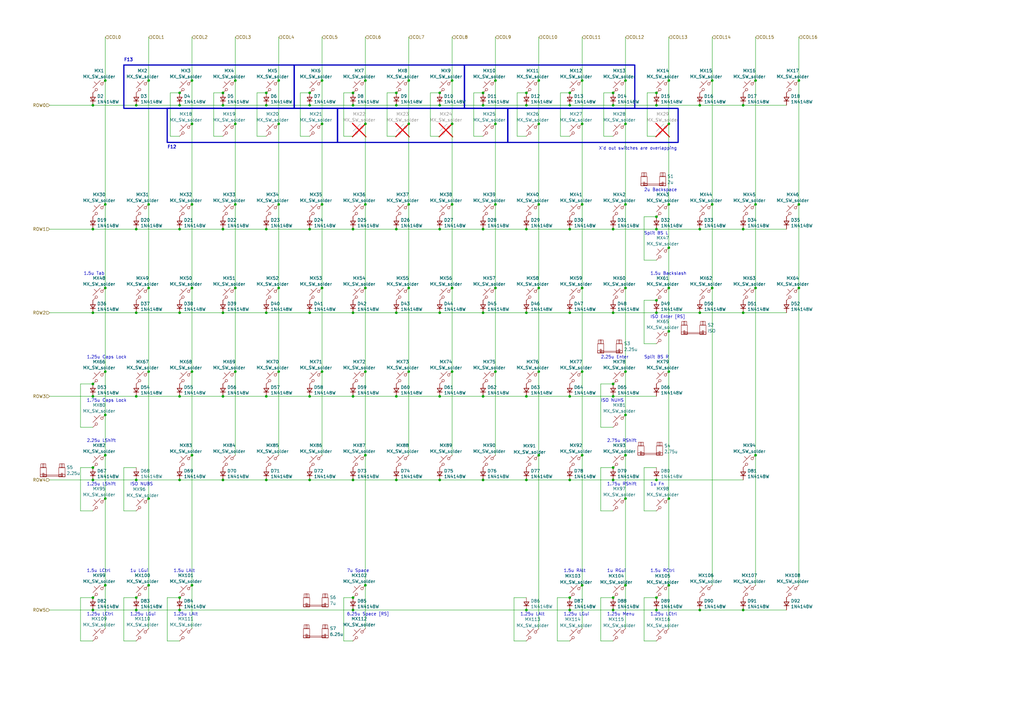
<source format=kicad_sch>
(kicad_sch (version 20231120) (generator "eeschema") (generator_version "8.0")
  (paper "A3")
  (title_block (title "X88H - Hybrid ver.") (company "RMI-KB"))
  (junction (at 43.18 33.02))
  (junction (at 185.42 33.02))
  (junction (at 132.08 118.11))
  (junction (at 127 93.98))
  (junction (at 60.96 240.03))
  (junction (at 274.32 135.89))
  (junction (at 78.74 118.11))
  (junction (at 96.52 152.4))
  (junction (at 167.64 83.82))
  (junction (at 78.74 152.4))
  (junction (at 78.74 83.82))
  (junction (at 203.2 33.02))
  (junction (at 60.96 33.02))
  (junction (at 149.86 50.8))
  (junction (at 167.64 50.8))
  (junction (at 96.52 83.82))
  (junction (at 127 162.56))
  (junction (at 269.24 38.1))
  (junction (at 198.12 38.1))
  (junction (at 220.98 83.82))
  (junction (at 215.9 38.1))
  (junction (at 167.64 152.4))
  (junction (at 109.22 43.18))
  (junction (at 132.08 152.4))
  (junction (at 180.34 162.56))
  (junction (at 215.9 128.27))
  (junction (at 251.46 196.85))
  (junction (at 180.34 43.18))
  (junction (at 269.24 93.98))
  (junction (at 287.02 128.27))
  (junction (at 220.98 50.8))
  (junction (at 73.66 43.18))
  (junction (at 43.18 186.69))
  (junction (at 304.8 128.27))
  (junction (at 91.44 196.85))
  (junction (at 327.66 33.02))
  (junction (at 256.54 186.69))
  (junction (at 43.18 83.82))
  (junction (at 78.74 33.02))
  (junction (at 292.1 83.82))
  (junction (at 292.1 33.02))
  (junction (at 91.44 162.56))
  (junction (at 251.46 157.48))
  (junction (at 149.86 152.4))
  (junction (at 114.3 118.11))
  (junction (at 292.1 118.11))
  (junction (at 43.18 240.03))
  (junction (at 233.68 196.85))
  (junction (at 238.76 186.69))
  (junction (at 309.88 118.11))
  (junction (at 256.54 204.47))
  (junction (at 251.46 245.11))
  (junction (at 274.32 240.03))
  (junction (at 304.8 250.19))
  (junction (at 43.18 152.4))
  (junction (at 238.76 50.8))
  (junction (at 304.8 43.18))
  (junction (at 96.52 118.11))
  (junction (at 256.54 152.4))
  (junction (at 144.78 196.85))
  (junction (at 215.9 196.85))
  (junction (at 144.78 162.56))
  (junction (at 55.88 43.18))
  (junction (at 149.86 240.03))
  (junction (at 256.54 170.18))
  (junction (at 91.44 128.27))
  (junction (at 220.98 186.69))
  (junction (at 91.44 43.18))
  (junction (at 109.22 93.98))
  (junction (at 55.88 128.27))
  (junction (at 198.12 162.56))
  (junction (at 251.46 191.77))
  (junction (at 114.3 152.4))
  (junction (at 185.42 118.11))
  (junction (at 38.1 250.19))
  (junction (at 144.78 38.1))
  (junction (at 233.68 128.27))
  (junction (at 60.96 152.4))
  (junction (at 144.78 93.98))
  (junction (at 269.24 88.9))
  (junction (at 274.32 50.8))
  (junction (at 215.9 43.18))
  (junction (at 269.24 43.18))
  (junction (at 73.66 128.27))
  (junction (at 287.02 93.98))
  (junction (at 233.68 93.98))
  (junction (at 127 38.1))
  (junction (at 256.54 50.8))
  (junction (at 180.34 38.1))
  (junction (at 96.52 33.02))
  (junction (at 55.88 245.11))
  (junction (at 38.1 245.11))
  (junction (at 274.32 152.4))
  (junction (at 251.46 38.1))
  (junction (at 256.54 33.02))
  (junction (at 162.56 128.27))
  (junction (at 55.88 196.85))
  (junction (at 91.44 93.98))
  (junction (at 38.1 191.77))
  (junction (at 73.66 162.56))
  (junction (at 269.24 250.19))
  (junction (at 180.34 93.98))
  (junction (at 220.98 118.11))
  (junction (at 185.42 50.8))
  (junction (at 256.54 118.11))
  (junction (at 304.8 93.98))
  (junction (at 233.68 162.56))
  (junction (at 73.66 38.1))
  (junction (at 251.46 93.98))
  (junction (at 127 43.18))
  (junction (at 109.22 128.27))
  (junction (at 167.64 118.11))
  (junction (at 78.74 240.03))
  (junction (at 132.08 50.8))
  (junction (at 215.9 93.98))
  (junction (at 269.24 196.85))
  (junction (at 91.44 38.1))
  (junction (at 167.64 33.02))
  (junction (at 287.02 250.19))
  (junction (at 203.2 50.8))
  (junction (at 220.98 152.4))
  (junction (at 114.3 83.82))
  (junction (at 238.76 83.82))
  (junction (at 38.1 128.27))
  (junction (at 327.66 83.82))
  (junction (at 144.78 245.11))
  (junction (at 73.66 93.98))
  (junction (at 287.02 43.18))
  (junction (at 203.2 152.4))
  (junction (at 233.68 250.19))
  (junction (at 274.32 101.6))
  (junction (at 309.88 83.82))
  (junction (at 274.32 118.11))
  (junction (at 180.34 128.27))
  (junction (at 215.9 162.56))
  (junction (at 73.66 250.19))
  (junction (at 180.34 196.85))
  (junction (at 55.88 250.19))
  (junction (at 60.96 118.11))
  (junction (at 144.78 128.27))
  (junction (at 109.22 196.85))
  (junction (at 233.68 245.11))
  (junction (at 274.32 204.47))
  (junction (at 238.76 240.03))
  (junction (at 162.56 38.1))
  (junction (at 256.54 240.03))
  (junction (at 215.9 250.19))
  (junction (at 127 196.85))
  (junction (at 43.18 204.47))
  (junction (at 55.88 93.98))
  (junction (at 203.2 118.11))
  (junction (at 220.98 33.02))
  (junction (at 238.76 118.11))
  (junction (at 185.42 152.4))
  (junction (at 149.86 33.02))
  (junction (at 149.86 186.69))
  (junction (at 132.08 83.82))
  (junction (at 109.22 38.1))
  (junction (at 269.24 128.27))
  (junction (at 198.12 196.85))
  (junction (at 60.96 83.82))
  (junction (at 38.1 162.56))
  (junction (at 309.88 186.69))
  (junction (at 274.32 33.02))
  (junction (at 162.56 162.56))
  (junction (at 269.24 245.11))
  (junction (at 60.96 204.47))
  (junction (at 198.12 128.27))
  (junction (at 109.22 162.56))
  (junction (at 233.68 38.1))
  (junction (at 149.86 118.11))
  (junction (at 38.1 196.85))
  (junction (at 38.1 43.18))
  (junction (at 251.46 43.18))
  (junction (at 269.24 123.19))
  (junction (at 256.54 83.82))
  (junction (at 55.88 162.56))
  (junction (at 162.56 196.85))
  (junction (at 327.66 118.11))
  (junction (at 114.3 50.8))
  (junction (at 198.12 43.18))
  (junction (at 38.1 93.98))
  (junction (at 233.68 43.18))
  (junction (at 251.46 128.27))
  (junction (at 149.86 83.82))
  (junction (at 251.46 250.19))
  (junction (at 162.56 93.98))
  (junction (at 185.42 83.82))
  (junction (at 127 128.27))
  (junction (at 309.88 33.02))
  (junction (at 144.78 250.19))
  (junction (at 198.12 93.98))
  (junction (at 78.74 50.8))
  (junction (at 43.18 170.18))
  (junction (at 38.1 157.48))
  (junction (at 114.3 33.02))
  (junction (at 274.32 83.82))
  (junction (at 73.66 196.85))
  (junction (at 162.56 43.18))
  (junction (at 78.74 186.69))
  (junction (at 144.78 43.18))
  (junction (at 43.18 118.11))
  (junction (at 73.66 245.11))
  (junction (at 96.52 50.8))
  (junction (at 251.46 162.56))
  (junction (at 203.2 83.82))
  (junction (at 132.08 33.02))
  (junction (at 238.76 33.02))
  (junction (at 238.76 152.4))
  (wire (pts (xy 215.9 196.85) (xy 198.12 196.85)))
  (wire (pts (xy 60.96 152.4) (xy 60.96 204.47)))
  (wire (pts (xy 140.97 245.11) (xy 140.97 262.89)))
  (wire (pts (xy 114.3 50.8) (xy 114.3 83.82)))
  (wire (pts (xy 55.88 128.27) (xy 38.1 128.27)))
  (wire (pts (xy 185.42 118.11) (xy 185.42 152.4)))
  (wire (pts (xy 309.88 33.02) (xy 309.88 83.82)))
  (wire (pts (xy 167.64 15.24) (xy 167.64 33.02)))
  (wire (pts (xy 327.66 33.02) (xy 327.66 83.82)))
  (wire (pts (xy 215.9 43.18) (xy 198.12 43.18)))
  (wire (pts (xy 322.58 128.27) (xy 304.8 128.27)))
  (wire (pts (xy 149.86 240.03) (xy 149.86 257.81)))
  (wire (pts (xy 87.63 38.1) (xy 91.44 38.1)))
  (wire (pts (xy 251.46 128.27) (xy 233.68 128.27)))
  (wire (pts (xy 215.9 162.56) (xy 198.12 162.56)))
  (wire (pts (xy 228.6 245.11) (xy 228.6 262.89)))
  (wire (pts (xy 132.08 50.8) (xy 132.08 83.82)))
  (wire (pts (xy 251.46 209.55) (xy 246.38 209.55)))
  (wire (pts (xy 274.32 152.4) (xy 274.32 204.47)))
  (wire (pts (xy 78.74 186.69) (xy 78.74 240.03)))
  (wire (pts (xy 167.64 118.11) (xy 167.64 152.4)))
  (wire (pts (xy 43.18 118.11) (xy 43.18 152.4)))
  (wire (pts (xy 38.1 250.19) (xy 20.32 250.19)))
  (wire (pts (xy 203.2 50.8) (xy 203.2 83.82)))
  (wire (pts (xy 256.54 240.03) (xy 256.54 257.81)))
  (wire (pts (xy 292.1 118.11) (xy 292.1 240.03)))
  (wire (pts (xy 185.42 83.82) (xy 185.42 118.11)))
  (wire (pts (xy 114.3 83.82) (xy 114.3 118.11)))
  (wire (pts (xy 220.98 15.24) (xy 220.98 33.02)))
  (wire (pts (xy 274.32 83.82) (xy 274.32 101.6)))
  (wire (pts (xy 180.34 162.56) (xy 162.56 162.56)))
  (wire (pts (xy 246.38 209.55) (xy 246.38 191.77)))
  (wire (pts (xy 220.98 33.02) (xy 220.98 50.8)))
  (wire (pts (xy 105.41 55.88) (xy 105.41 38.1)))
  (wire (pts (xy 78.74 240.03) (xy 78.74 257.81)))
  (wire (pts (xy 269.24 43.18) (xy 251.46 43.18)))
  (wire (pts (xy 269.24 128.27) (xy 251.46 128.27)))
  (wire (pts (xy 256.54 170.18) (xy 256.54 186.69)))
  (wire (pts (xy 109.22 162.56) (xy 91.44 162.56)))
  (wire (pts (xy 251.46 175.26) (xy 246.38 175.26)))
  (wire (pts (xy 144.78 128.27) (xy 127 128.27)))
  (wire (pts (xy 198.12 128.27) (xy 180.34 128.27)))
  (wire (pts (xy 180.34 128.27) (xy 162.56 128.27)))
  (wire (pts (xy 132.08 118.11) (xy 132.08 152.4)))
  (wire (pts (xy 73.66 162.56) (xy 55.88 162.56)))
  (wire (pts (xy 238.76 33.02) (xy 238.76 50.8)))
  (wire (pts (xy 180.34 55.88) (xy 176.53 55.88)))
  (wire (pts (xy 269.24 196.85) (xy 304.8 196.85)))
  (wire (pts (xy 309.88 186.69) (xy 309.88 240.03)))
  (wire (pts (xy 114.3 15.24) (xy 114.3 33.02)))
  (wire (pts (xy 215.9 250.19) (xy 233.68 250.19)))
  (wire (pts (xy 233.68 43.18) (xy 215.9 43.18)))
  (wire (pts (xy 212.09 55.88) (xy 212.09 38.1)))
  (wire (pts (xy 33.02 191.77) (xy 38.1 191.77)))
  (wire (pts (xy 265.43 38.1) (xy 269.24 38.1)))
  (wire (pts (xy 149.86 118.11) (xy 149.86 152.4)))
  (wire (pts (xy 264.16 140.97) (xy 264.16 123.19)))
  (wire (pts (xy 274.32 33.02) (xy 274.32 50.8)))
  (wire (pts (xy 233.68 162.56) (xy 215.9 162.56)))
  (wire (pts (xy 87.63 55.88) (xy 87.63 38.1)))
  (wire (pts (xy 55.88 93.98) (xy 38.1 93.98)))
  (wire (pts (xy 287.02 250.19) (xy 269.24 250.19)))
  (wire (pts (xy 38.1 250.19) (xy 55.88 250.19)))
  (wire (pts (xy 158.75 38.1) (xy 162.56 38.1)))
  (wire (pts (xy 238.76 15.24) (xy 238.76 33.02)))
  (wire (pts (xy 162.56 55.88) (xy 158.75 55.88)))
  (wire (pts (xy 269.24 106.68) (xy 264.16 106.68)))
  (wire (pts (xy 149.86 186.69) (xy 149.86 240.03)))
  (wire (pts (xy 220.98 83.82) (xy 220.98 118.11)))
  (wire (pts (xy 144.78 196.85) (xy 127 196.85)))
  (wire (pts (xy 233.68 196.85) (xy 251.46 196.85)))
  (wire (pts (xy 132.08 152.4) (xy 132.08 186.69)))
  (wire (pts (xy 251.46 245.11) (xy 246.38 245.11)))
  (wire (pts (xy 180.34 93.98) (xy 162.56 93.98)))
  (wire (pts (xy 55.88 245.11) (xy 50.8 245.11)))
  (wire (pts (xy 247.65 38.1) (xy 251.46 38.1)))
  (wire (pts (xy 60.96 118.11) (xy 60.96 152.4)))
  (wire (pts (xy 203.2 118.11) (xy 203.2 152.4)))
  (wire (pts (xy 60.96 15.24) (xy 60.96 33.02)))
  (wire (pts (xy 127 55.88) (xy 123.19 55.88)))
  (wire (pts (xy 91.44 162.56) (xy 73.66 162.56)))
  (wire (pts (xy 73.66 55.88) (xy 69.85 55.88)))
  (wire (pts (xy 144.78 43.18) (xy 127 43.18)))
  (wire (pts (xy 220.98 50.8) (xy 220.98 83.82)))
  (wire (pts (xy 203.2 15.24) (xy 203.2 33.02)))
  (wire (pts (xy 50.8 191.77) (xy 55.88 191.77)))
  (wire (pts (xy 43.18 170.18) (xy 43.18 186.69)))
  (wire (pts (xy 220.98 152.4) (xy 220.98 186.69)))
  (wire (pts (xy 91.44 43.18) (xy 73.66 43.18)))
  (wire (pts (xy 251.46 93.98) (xy 233.68 93.98)))
  (wire (pts (xy 229.87 55.88) (xy 229.87 38.1)))
  (wire (pts (xy 246.38 245.11) (xy 246.38 262.89)))
  (wire (pts (xy 292.1 15.24) (xy 292.1 33.02)))
  (wire (pts (xy 176.53 38.1) (xy 180.34 38.1)))
  (wire (pts (xy 274.32 101.6) (xy 274.32 118.11)))
  (wire (pts (xy 309.88 118.11) (xy 309.88 186.69)))
  (wire (pts (xy 149.86 50.8) (xy 149.86 83.82)))
  (wire (pts (xy 198.12 43.18) (xy 180.34 43.18)))
  (wire (pts (xy 203.2 152.4) (xy 203.2 186.69)))
  (wire (pts (xy 55.88 43.18) (xy 73.66 43.18)))
  (wire (pts (xy 127 162.56) (xy 109.22 162.56)))
  (wire (pts (xy 50.8 209.55) (xy 55.88 209.55)))
  (wire (pts (xy 287.02 43.18) (xy 269.24 43.18)))
  (wire (pts (xy 114.3 118.11) (xy 114.3 152.4)))
  (wire (pts (xy 176.53 55.88) (xy 176.53 38.1)))
  (wire (pts (xy 264.16 262.89) (xy 269.24 262.89)))
  (wire (pts (xy 256.54 152.4) (xy 256.54 170.18)))
  (wire (pts (xy 149.86 83.82) (xy 149.86 118.11)))
  (wire (pts (xy 251.46 196.85) (xy 269.24 196.85)))
  (wire (pts (xy 144.78 55.88) (xy 140.97 55.88)))
  (wire (pts (xy 73.66 93.98) (xy 55.88 93.98)))
  (wire (pts (xy 256.54 50.8) (xy 256.54 83.82)))
  (wire (pts (xy 210.82 262.89) (xy 215.9 262.89)))
  (wire (pts (xy 233.68 250.19) (xy 251.46 250.19)))
  (wire (pts (xy 162.56 43.18) (xy 144.78 43.18)))
  (wire (pts (xy 233.68 128.27) (xy 215.9 128.27)))
  (wire (pts (xy 256.54 186.69) (xy 256.54 204.47)))
  (wire (pts (xy 233.68 162.56) (xy 251.46 162.56)))
  (wire (pts (xy 228.6 262.89) (xy 233.68 262.89)))
  (wire (pts (xy 198.12 93.98) (xy 180.34 93.98)))
  (wire (pts (xy 68.58 262.89) (xy 73.66 262.89)))
  (wire (pts (xy 69.85 38.1) (xy 73.66 38.1)))
  (wire (pts (xy 246.38 175.26) (xy 246.38 157.48)))
  (wire (pts (xy 69.85 55.88) (xy 69.85 38.1)))
  (wire (pts (xy 96.52 50.8) (xy 96.52 83.82)))
  (wire (pts (xy 38.1 43.18) (xy 55.88 43.18)))
  (wire (pts (xy 304.8 43.18) (xy 287.02 43.18)))
  (wire (pts (xy 55.88 162.56) (xy 38.1 162.56)))
  (wire (pts (xy 38.1 196.85) (xy 55.88 196.85)))
  (wire (pts (xy 96.52 15.24) (xy 96.52 33.02)))
  (wire (pts (xy 43.18 204.47) (xy 43.18 240.03)))
  (wire (pts (xy 269.24 191.77) (xy 264.16 191.77)))
  (wire (pts (xy 198.12 55.88) (xy 194.31 55.88)))
  (wire (pts (xy 78.74 152.4) (xy 78.74 186.69)))
  (wire (pts (xy 327.66 83.82) (xy 327.66 118.11)))
  (wire (pts (xy 78.74 15.24) (xy 78.74 33.02)))
  (wire (pts (xy 127 196.85) (xy 109.22 196.85)))
  (wire (pts (xy 162.56 128.27) (xy 144.78 128.27)))
  (wire (pts (xy 140.97 262.89) (xy 144.78 262.89)))
  (wire (pts (xy 292.1 33.02) (xy 292.1 83.82)))
  (wire (pts (xy 78.74 33.02) (xy 78.74 50.8)))
  (wire (pts (xy 220.98 186.69) (xy 220.98 257.81)))
  (wire (pts (xy 144.78 93.98) (xy 127 93.98)))
  (wire (pts (xy 140.97 38.1) (xy 144.78 38.1)))
  (wire (pts (xy 292.1 83.82) (xy 292.1 118.11)))
  (wire (pts (xy 55.88 250.19) (xy 73.66 250.19)))
  (wire (pts (xy 167.64 152.4) (xy 167.64 186.69)))
  (wire (pts (xy 238.76 240.03) (xy 238.76 257.81)))
  (wire (pts (xy 246.38 191.77) (xy 251.46 191.77)))
  (wire (pts (xy 238.76 152.4) (xy 238.76 186.69)))
  (wire (pts (xy 149.86 152.4) (xy 149.86 186.69)))
  (wire (pts (xy 91.44 128.27) (xy 73.66 128.27)))
  (wire (pts (xy 109.22 128.27) (xy 91.44 128.27)))
  (wire (pts (xy 194.31 38.1) (xy 198.12 38.1)))
  (wire (pts (xy 269.24 93.98) (xy 287.02 93.98)))
  (wire (pts (xy 194.31 55.88) (xy 194.31 38.1)))
  (wire (pts (xy 132.08 83.82) (xy 132.08 118.11)))
  (wire (pts (xy 269.24 245.11) (xy 264.16 245.11)))
  (wire (pts (xy 274.32 118.11) (xy 274.32 135.89)))
  (wire (pts (xy 309.88 15.24) (xy 309.88 33.02)))
  (wire (pts (xy 256.54 118.11) (xy 256.54 152.4)))
  (wire (pts (xy 43.18 152.4) (xy 43.18 170.18)))
  (wire (pts (xy 167.64 83.82) (xy 167.64 118.11)))
  (wire (pts (xy 96.52 152.4) (xy 96.52 186.69)))
  (wire (pts (xy 43.18 186.69) (xy 43.18 204.47)))
  (wire (pts (xy 238.76 83.82) (xy 238.76 118.11)))
  (wire (pts (xy 43.18 33.02) (xy 43.18 83.82)))
  (wire (pts (xy 180.34 196.85) (xy 162.56 196.85)))
  (wire (pts (xy 78.74 118.11) (xy 78.74 152.4)))
  (wire (pts (xy 127 43.18) (xy 109.22 43.18)))
  (wire (pts (xy 50.8 209.55) (xy 50.8 191.77)))
  (wire (pts (xy 144.78 250.19) (xy 215.9 250.19)))
  (wire (pts (xy 327.66 15.24) (xy 327.66 33.02)))
  (wire (pts (xy 247.65 55.88) (xy 247.65 38.1)))
  (wire (pts (xy 256.54 33.02) (xy 256.54 50.8)))
  (wire (pts (xy 256.54 204.47) (xy 256.54 240.03)))
  (wire (pts (xy 60.96 204.47) (xy 60.96 240.03)))
  (wire (pts (xy 109.22 196.85) (xy 91.44 196.85)))
  (wire (pts (xy 144.78 162.56) (xy 127 162.56)))
  (wire (pts (xy 96.52 33.02) (xy 96.52 50.8)))
  (wire (pts (xy 33.02 175.26) (xy 33.02 157.48)))
  (wire (pts (xy 38.1 162.56) (xy 20.32 162.56)))
  (wire (pts (xy 251.46 43.18) (xy 233.68 43.18)))
  (wire (pts (xy 203.2 33.02) (xy 203.2 50.8)))
  (wire (pts (xy 55.88 196.85) (xy 73.66 196.85)))
  (wire (pts (xy 114.3 33.02) (xy 114.3 50.8)))
  (wire (pts (xy 210.82 245.11) (xy 210.82 262.89)))
  (wire (pts (xy 127 128.27) (xy 109.22 128.27)))
  (wire (pts (xy 73.66 250.19) (xy 144.78 250.19)))
  (wire (pts (xy 91.44 55.88) (xy 87.63 55.88)))
  (wire (pts (xy 198.12 162.56) (xy 180.34 162.56)))
  (wire (pts (xy 33.02 209.55) (xy 33.02 191.77)))
  (wire (pts (xy 78.74 50.8) (xy 78.74 83.82)))
  (wire (pts (xy 251.46 55.88) (xy 247.65 55.88)))
  (wire (pts (xy 60.96 33.02) (xy 60.96 83.82)))
  (wire (pts (xy 274.32 50.8) (xy 274.32 83.82)))
  (wire (pts (xy 180.34 43.18) (xy 162.56 43.18)))
  (wire (pts (xy 251.46 250.19) (xy 269.24 250.19)))
  (wire (pts (xy 233.68 196.85) (xy 215.9 196.85)))
  (wire (pts (xy 322.58 93.98) (xy 304.8 93.98)))
  (wire (pts (xy 215.9 93.98) (xy 198.12 93.98)))
  (wire (pts (xy 167.64 33.02) (xy 167.64 50.8)))
  (wire (pts (xy 264.16 245.11) (xy 264.16 262.89)))
  (wire (pts (xy 149.86 15.24) (xy 149.86 33.02)))
  (wire (pts (xy 269.24 128.27) (xy 287.02 128.27)))
  (wire (pts (xy 38.1 209.55) (xy 33.02 209.55)))
  (wire (pts (xy 229.87 38.1) (xy 233.68 38.1)))
  (wire (pts (xy 304.8 128.27) (xy 287.02 128.27)))
  (wire (pts (xy 251.46 93.98) (xy 269.24 93.98)))
  (wire (pts (xy 105.41 38.1) (xy 109.22 38.1)))
  (wire (pts (xy 96.52 118.11) (xy 96.52 152.4)))
  (wire (pts (xy 264.16 209.55) (xy 269.24 209.55)))
  (wire (pts (xy 38.1 196.85) (xy 20.32 196.85)))
  (wire (pts (xy 233.68 245.11) (xy 228.6 245.11)))
  (wire (pts (xy 109.22 55.88) (xy 105.41 55.88)))
  (wire (pts (xy 162.56 93.98) (xy 144.78 93.98)))
  (wire (pts (xy 215.9 55.88) (xy 212.09 55.88)))
  (wire (pts (xy 123.19 55.88) (xy 123.19 38.1)))
  (wire (pts (xy 264.16 106.68) (xy 264.16 88.9)))
  (wire (pts (xy 265.43 55.88) (xy 265.43 38.1)))
  (wire (pts (xy 220.98 118.11) (xy 220.98 152.4)))
  (wire (pts (xy 251.46 162.56) (xy 269.24 162.56)))
  (wire (pts (xy 43.18 83.82) (xy 43.18 118.11)))
  (wire (pts (xy 215.9 245.11) (xy 210.82 245.11)))
  (wire (pts (xy 38.1 43.18) (xy 20.32 43.18)))
  (wire (pts (xy 91.44 93.98) (xy 73.66 93.98)))
  (wire (pts (xy 123.19 38.1) (xy 127 38.1)))
  (wire (pts (xy 256.54 15.24) (xy 256.54 33.02)))
  (wire (pts (xy 73.66 128.27) (xy 55.88 128.27)))
  (wire (pts (xy 144.78 245.11) (xy 140.97 245.11)))
  (wire (pts (xy 158.75 55.88) (xy 158.75 38.1)))
  (wire (pts (xy 185.42 33.02) (xy 185.42 50.8)))
  (wire (pts (xy 109.22 43.18) (xy 91.44 43.18)))
  (wire (pts (xy 60.96 83.82) (xy 60.96 118.11)))
  (wire (pts (xy 185.42 50.8) (xy 185.42 83.82)))
  (wire (pts (xy 167.64 50.8) (xy 167.64 83.82)))
  (wire (pts (xy 274.32 240.03) (xy 274.32 257.81)))
  (wire (pts (xy 185.42 15.24) (xy 185.42 33.02)))
  (wire (pts (xy 132.08 15.24) (xy 132.08 33.02)))
  (wire (pts (xy 43.18 240.03) (xy 43.18 257.81)))
  (wire (pts (xy 50.8 262.89) (xy 55.88 262.89)))
  (wire (pts (xy 114.3 152.4) (xy 114.3 186.69)))
  (wire (pts (xy 274.32 135.89) (xy 274.32 152.4)))
  (wire (pts (xy 132.08 33.02) (xy 132.08 50.8)))
  (wire (pts (xy 322.58 250.19) (xy 304.8 250.19)))
  (wire (pts (xy 78.74 83.82) (xy 78.74 118.11)))
  (wire (pts (xy 33.02 245.11) (xy 33.02 262.89)))
  (wire (pts (xy 203.2 83.82) (xy 203.2 118.11)))
  (wire (pts (xy 162.56 162.56) (xy 144.78 162.56)))
  (wire (pts (xy 43.18 15.24) (xy 43.18 33.02)))
  (wire (pts (xy 309.88 83.82) (xy 309.88 118.11)))
  (wire (pts (xy 38.1 245.11) (xy 33.02 245.11)))
  (wire (pts (xy 304.8 93.98) (xy 287.02 93.98)))
  (wire (pts (xy 274.32 15.24) (xy 274.32 33.02)))
  (wire (pts (xy 60.96 240.03) (xy 60.96 257.81)))
  (wire (pts (xy 68.58 245.11) (xy 68.58 262.89)))
  (wire (pts (xy 269.24 55.88) (xy 265.43 55.88)))
  (wire (pts (xy 274.32 204.47) (xy 274.32 240.03)))
  (wire (pts (xy 33.02 262.89) (xy 38.1 262.89)))
  (wire (pts (xy 96.52 83.82) (xy 96.52 118.11)))
  (wire (pts (xy 246.38 262.89) (xy 251.46 262.89)))
  (wire (pts (xy 50.8 245.11) (xy 50.8 262.89)))
  (wire (pts (xy 238.76 118.11) (xy 238.76 152.4)))
  (wire (pts (xy 238.76 50.8) (xy 238.76 83.82)))
  (wire (pts (xy 264.16 191.77) (xy 264.16 209.55)))
  (wire (pts (xy 264.16 123.19) (xy 269.24 123.19)))
  (wire (pts (xy 38.1 175.26) (xy 33.02 175.26)))
  (wire (pts (xy 238.76 186.69) (xy 238.76 240.03)))
  (wire (pts (xy 140.97 55.88) (xy 140.97 38.1)))
  (wire (pts (xy 109.22 93.98) (xy 91.44 93.98)))
  (wire (pts (xy 246.38 157.48) (xy 251.46 157.48)))
  (wire (pts (xy 33.02 157.48) (xy 38.1 157.48)))
  (wire (pts (xy 73.66 245.11) (xy 68.58 245.11)))
  (wire (pts (xy 304.8 250.19) (xy 287.02 250.19)))
  (wire (pts (xy 322.58 43.18) (xy 304.8 43.18)))
  (wire (pts (xy 198.12 196.85) (xy 180.34 196.85)))
  (wire (pts (xy 256.54 83.82) (xy 256.54 118.11)))
  (wire (pts (xy 38.1 93.98) (xy 20.32 93.98)))
  (wire (pts (xy 233.68 55.88) (xy 229.87 55.88)))
  (wire (pts (xy 264.16 88.9) (xy 269.24 88.9)))
  (wire (pts (xy 185.42 152.4) (xy 185.42 186.69)))
  (wire (pts (xy 215.9 128.27) (xy 198.12 128.27)))
  (wire (pts (xy 38.1 128.27) (xy 20.32 128.27)))
  (wire (pts (xy 327.66 118.11) (xy 327.66 240.03)))
  (wire (pts (xy 233.68 93.98) (xy 215.9 93.98)))
  (wire (pts (xy 149.86 33.02) (xy 149.86 50.8)))
  (wire (pts (xy 127 93.98) (xy 109.22 93.98)))
  (wire (pts (xy 212.09 38.1) (xy 215.9 38.1)))
  (wire (pts (xy 269.24 140.97) (xy 264.16 140.97)))
  (wire (pts (xy 162.56 196.85) (xy 144.78 196.85)))
  (wire (pts (xy 91.44 196.85) (xy 73.66 196.85)))
  (rectangle (start 208.28 44.45) (end 278.13 58.42) (stroke (width 0.5)))
  (rectangle (start 190.5 26.67) (end 260.35 44.45) (stroke (width 0.5)))
  (rectangle (start 138.43 44.45) (end 208.28 58.42) (stroke (width 0.5)))
  (rectangle (start 50.8 26.67) (end 120.65 44.45) (stroke (width 0.5)))
  (rectangle (start 120.65 26.67) (end 190.5 44.45) (stroke (width 0.5)))
  (rectangle (start 68.58 44.45) (end 138.43 58.42) (stroke (width 0.5)))
  (text "2u Backspace" (at 264.16 78.74 0) (effects (font (size 1.27 1.27)) (justify left bottom)))
  (text "1.5u LAlt" (at 71.12 234.95 0) (effects (font (size 1.27 1.27)) (justify left bottom)))
  (text "Split BS R" (at 264.16 147.32 0) (effects (font (size 1.27 1.27)) (justify left bottom)))
  (text "1u LGui" (at 53.34 234.95 0) (effects (font (size 1.27 1.27)) (justify left bottom)))
  (text "1.75u RShift" (at 248.92 199.39 0) (effects (font (size 1.27 1.27)) (justify left bottom)))
  (text "1.5u RAlt" (at 231.14 234.95 0) (effects (font (size 1.27 1.27)) (justify left bottom)))
  (text "ISO Enter [RS]" (at 266.7 130.81 0) (effects (font (size 1.27 1.27)) (justify left bottom)))
  (text "1.25u LCtrl" (at 35.56 252.73 0) (effects (font (size 1.27 1.27)) (justify left bottom)))
  (text "7u Space" (at 142.24 234.95 0) (effects (font (size 1.27 1.27)) (justify left bottom)))
  (text "1.75u Caps Lock" (at 35.56 165.1 0) (effects (font (size 1.27 1.27)) (justify left bottom)))
  (text "6.25u Space [RS]" (at 142.24 252.73 0) (effects (font (size 1.27 1.27)) (justify left bottom)))
  (text "F13" (at 50.8 25.4 0) (effects (font (size 1.27 1.27) (thickness 0.254) (bold yes)) (justify left bottom)))
  (text "1.25u Caps Lock" (at 35.56 147.32 0) (effects (font (size 1.27 1.27)) (justify left bottom)))
  (text "ISO NUBS" (at 53.34 199.39 0) (effects (font (size 1.27 1.27)) (justify left bottom)))
  (text "1.5u Backslash" (at 266.7 113.03 0) (effects (font (size 1.27 1.27)) (justify left bottom)))
  (text "1.25u LGui" (at 53.34 252.73 0) (effects (font (size 1.27 1.27)) (justify left bottom)))
  (text "1.25u LCtrl" (at 266.7 252.73 0) (effects (font (size 1.27 1.27)) (justify left bottom)))
  (text "2.75u RShift" (at 248.92 181.61 0) (effects (font (size 1.27 1.27)) (justify left bottom)))
  (text "1u RGui" (at 248.92 234.95 0) (effects (font (size 1.27 1.27)) (justify left bottom)))
  (text "1.5u Tab" (at 34.29 113.03 0) (effects (font (size 1.27 1.27)) (justify left bottom)))
  (text "1.25u LGui" (at 231.14 252.73 0) (effects (font (size 1.27 1.27)) (justify left bottom)))
  (text "X'd out switches are overlapping" (at 261.62 60.96 0) (effects (font (size 1.27 1.27))))
  (text "ISO NUHS" (at 246.38 165.1 0) (effects (font (size 1.27 1.27)) (justify left bottom)))
  (text "2.25u LShift" (at 35.56 181.61 0) (effects (font (size 1.27 1.27)) (justify left bottom)))
  (text "1.25u LAlt" (at 71.12 252.73 0) (effects (font (size 1.27 1.27)) (justify left bottom)))
  (text "1.25u LShift" (at 35.56 199.39 0) (effects (font (size 1.27 1.27)) (justify left bottom)))
  (text "1.25u Menu" (at 248.92 252.73 0) (effects (font (size 1.27 1.27)) (justify left bottom)))
  (text "1.5u LCtrl" (at 35.56 234.95 0) (effects (font (size 1.27 1.27)) (justify left bottom)))
  (text "1.25u LAlt" (at 213.36 252.73 0) (effects (font (size 1.27 1.27)) (justify left bottom)))
  (text "1.5u RCtrl" (at 266.7 234.95 0) (effects (font (size 1.27 1.27)) (justify left bottom)))
  (text "2.25u Enter" (at 246.38 147.32 0) (effects (font (size 1.27 1.27)) (justify left bottom)))
  (text "Split BS L" (at 264.16 96.52 0) (effects (font (size 1.27 1.27)) (justify left bottom)))
  (text "1u Fn" (at 266.7 199.39 0) (effects (font (size 1.27 1.27)) (justify left bottom)))
  (text "F12" (at 68.58 59.69 0) (effects (font (size 1.27 1.27) (thickness 0.254) (bold yes)) (justify left top)))
  (hierarchical_label "COL2" (shape input) (at 78.74 15.24 0))
  (hierarchical_label "COL13" (shape input) (at 274.32 15.24 0))
  (hierarchical_label "COL3" (shape input) (at 96.52 15.24 0))
  (hierarchical_label "ROW5" (shape input) (at 20.32 250.19 180))
  (hierarchical_label "ROW1" (shape input) (at 20.32 93.98 180))
  (hierarchical_label "COL1" (shape input) (at 60.96 15.24 0))
  (hierarchical_label "COL8" (shape input) (at 185.42 15.24 0))
  (hierarchical_label "COL12" (shape input) (at 256.54 15.24 0))
  (hierarchical_label "ROW2" (shape input) (at 20.32 128.27 180))
  (hierarchical_label "COL15" (shape input) (at 309.88 15.24 0))
  (hierarchical_label "COL5" (shape input) (at 132.08 15.24 0))
  (hierarchical_label "ROW3" (shape input) (at 20.32 162.56 180))
  (hierarchical_label "COL14" (shape input) (at 292.1 15.24 0))
  (hierarchical_label "COL6" (shape input) (at 149.86 15.24 0))
  (hierarchical_label "ROW4" (shape input) (at 20.32 196.85 180))
  (hierarchical_label "COL0" (shape input) (at 43.18 15.24 0))
  (hierarchical_label "COL16" (shape input) (at 327.66 15.24 0))
  (hierarchical_label "COL9" (shape input) (at 203.2 15.24 0))
  (hierarchical_label "ROW0" (shape input) (at 20.32 43.18 180))
  (hierarchical_label "COL4" (shape input) (at 114.3 15.24 0))
  (hierarchical_label "COL7" (shape input) (at 167.64 15.24 0))
  (hierarchical_label "COL10" (shape input) (at 220.98 15.24 0))
  (hierarchical_label "COL11" (shape input) (at 238.76 15.24 0))
  (symbol (lib_id "Device:D_Small") (at 73.66 40.64 90) (unit 1)
    (property "Reference" "D4" (at 75.3872 39.4716 90) (effects (justify right)))
    (property "Value" "1N4148W" (at 75.3872 41.783 90) (effects (justify right)))
    (property "Footprint" "Diode_SMD:D_SOD-123" (effects (hide yes)))
    (property "LCSC" "C81598" (effects (hide yes)))
    (property "MPN" "1N4148W" (effects (hide yes)))
  )
  (symbol (lib_id "Device:D_Small") (at 91.44 40.64 90) (unit 1)
    (property "Reference" "D5" (at 93.1672 39.4716 90) (effects (justify right)))
    (property "Value" "1N4148W" (at 93.1672 41.783 90) (effects (justify right)))
    (property "Footprint" "Diode_SMD:D_SOD-123" (effects (hide yes)))
    (property "LCSC" "C81598" (effects (hide yes)))
    (property "MPN" "1N4148W" (effects (hide yes)))
  )
  (symbol (lib_id "Device:D_Small") (at 109.22 40.64 90) (unit 1)
    (property "Reference" "D6" (at 110.9472 39.4716 90) (effects (justify right)))
    (property "Value" "1N4148W" (at 110.9472 41.783 90) (effects (justify right)))
    (property "Footprint" "Diode_SMD:D_SOD-123" (effects (hide yes)))
    (property "LCSC" "C81598" (effects (hide yes)))
    (property "MPN" "1N4148W" (effects (hide yes)))
  )
  (symbol (lib_id "Device:D_Small") (at 127 40.64 90) (unit 1)
    (property "Reference" "D7" (at 128.7272 39.4716 90) (effects (justify right)))
    (property "Value" "1N4148W" (at 128.7272 41.783 90) (effects (justify right)))
    (property "Footprint" "Diode_SMD:D_SOD-123" (effects (hide yes)))
    (property "LCSC" "C81598" (effects (hide yes)))
    (property "MPN" "1N4148W" (effects (hide yes)))
  )
  (symbol (lib_id "Device:D_Small") (at 144.78 40.64 90) (unit 1)
    (property "Reference" "D8" (at 146.5072 39.4716 90) (effects (justify right)))
    (property "Value" "1N4148W" (at 146.5072 41.783 90) (effects (justify right)))
    (property "Footprint" "Diode_SMD:D_SOD-123" (effects (hide yes)))
    (property "LCSC" "C81598" (effects (hide yes)))
    (property "MPN" "1N4148W" (effects (hide yes)))
  )
  (symbol (lib_id "Device:D_Small") (at 162.56 40.64 90) (unit 1)
    (property "Reference" "D9" (at 164.2872 39.4716 90) (effects (justify right)))
    (property "Value" "1N4148W" (at 164.2872 41.783 90) (effects (justify right)))
    (property "Footprint" "Diode_SMD:D_SOD-123" (effects (hide yes)))
    (property "LCSC" "C81598" (effects (hide yes)))
    (property "MPN" "1N4148W" (effects (hide yes)))
  )
  (symbol (lib_id "Device:D_Small") (at 180.34 40.64 90) (unit 1)
    (property "Reference" "D10" (at 182.0672 39.4716 90) (effects (justify right)))
    (property "Value" "1N4148W" (at 182.0672 41.783 90) (effects (justify right)))
    (property "Footprint" "Diode_SMD:D_SOD-123" (effects (hide yes)))
    (property "LCSC" "C81598" (effects (hide yes)))
    (property "MPN" "1N4148W" (effects (hide yes)))
  )
  (symbol (lib_id "Device:D_Small") (at 198.12 40.64 90) (unit 1)
    (property "Reference" "D11" (at 199.8472 39.4716 90) (effects (justify right)))
    (property "Value" "1N4148W" (at 199.8472 41.783 90) (effects (justify right)))
    (property "Footprint" "Diode_SMD:D_SOD-123" (effects (hide yes)))
    (property "LCSC" "C81598" (effects (hide yes)))
    (property "MPN" "1N4148W" (effects (hide yes)))
  )
  (symbol (lib_id "Device:D_Small") (at 215.9 40.64 90) (unit 1)
    (property "Reference" "D12" (at 217.6272 39.4716 90) (effects (justify right)))
    (property "Value" "1N4148W" (at 217.6272 41.783 90) (effects (justify right)))
    (property "Footprint" "Diode_SMD:D_SOD-123" (effects (hide yes)))
    (property "LCSC" "C81598" (effects (hide yes)))
    (property "MPN" "1N4148W" (effects (hide yes)))
  )
  (symbol (lib_id "Device:D_Small") (at 233.68 40.64 90) (unit 1)
    (property "Reference" "D13" (at 235.4072 39.4716 90) (effects (justify right)))
    (property "Value" "1N4148W" (at 235.4072 41.783 90) (effects (justify right)))
    (property "Footprint" "Diode_SMD:D_SOD-123" (effects (hide yes)))
    (property "LCSC" "C81598" (effects (hide yes)))
    (property "MPN" "1N4148W" (effects (hide yes)))
  )
  (symbol (lib_id "Device:D_Small") (at 251.46 40.64 90) (unit 1)
    (property "Reference" "D14" (at 253.1872 39.4716 90) (effects (justify right)))
    (property "Value" "1N4148W" (at 253.1872 41.783 90) (effects (justify right)))
    (property "Footprint" "Diode_SMD:D_SOD-123" (effects (hide yes)))
    (property "LCSC" "C81598" (effects (hide yes)))
    (property "MPN" "1N4148W" (effects (hide yes)))
  )
  (symbol (lib_id "Device:D_Small") (at 269.24 40.64 90) (unit 1)
    (property "Reference" "D15" (at 270.9672 39.4716 90) (effects (justify right)))
    (property "Value" "1N4148W" (at 270.9672 41.783 90) (effects (justify right)))
    (property "Footprint" "Diode_SMD:D_SOD-123" (effects (hide yes)))
    (property "LCSC" "C81598" (effects (hide yes)))
    (property "MPN" "1N4148W" (effects (hide yes)))
  )
  (symbol (lib_id "Device:D_Small") (at 287.02 40.64 90) (unit 1)
    (property "Reference" "D16" (at 288.7472 39.4716 90) (effects (justify right)))
    (property "Value" "1N4148W" (at 288.7472 41.783 90) (effects (justify right)))
    (property "Footprint" "Diode_SMD:D_SOD-123" (effects (hide yes)))
    (property "LCSC" "C81598" (effects (hide yes)))
    (property "MPN" "1N4148W" (effects (hide yes)))
  )
  (symbol (lib_id "Device:D_Small") (at 304.8 40.64 90) (unit 1)
    (property "Reference" "D17" (at 306.5272 39.4716 90) (effects (justify right)))
    (property "Value" "1N4148W" (at 306.5272 41.783 90) (effects (justify right)))
    (property "Footprint" "Diode_SMD:D_SOD-123" (effects (hide yes)))
    (property "LCSC" "C81598" (effects (hide yes)))
    (property "MPN" "1N4148W" (effects (hide yes)))
  )
  (symbol (lib_id "Device:D_Small") (at 322.58 40.64 90) (unit 1)
    (property "Reference" "D18" (at 324.3072 39.4716 90) (effects (justify right)))
    (property "Value" "1N4148W" (at 324.3072 41.783 90) (effects (justify right)))
    (property "Footprint" "Diode_SMD:D_SOD-123" (effects (hide yes)))
    (property "LCSC" "C81598" (effects (hide yes)))
    (property "MPN" "1N4148W" (effects (hide yes)))
  )
  (symbol (lib_id "Device:D_Small") (at 38.1 91.44 90) (unit 1)
    (property "Reference" "D19" (at 39.8272 90.2716 90) (effects (justify right)))
    (property "Value" "1N4148W" (at 39.8272 92.583 90) (effects (justify right)))
    (property "Footprint" "Diode_SMD:D_SOD-123" (effects (hide yes)))
    (property "LCSC" "C81598" (effects (hide yes)))
    (property "MPN" "1N4148W" (effects (hide yes)))
  )
  (symbol (lib_id "Device:D_Small") (at 55.88 91.44 90) (unit 1)
    (property "Reference" "D20" (at 57.6072 90.2716 90) (effects (justify right)))
    (property "Value" "1N4148W" (at 57.6072 92.583 90) (effects (justify right)))
    (property "Footprint" "Diode_SMD:D_SOD-123" (effects (hide yes)))
    (property "LCSC" "C81598" (effects (hide yes)))
    (property "MPN" "1N4148W" (effects (hide yes)))
  )
  (symbol (lib_id "Device:D_Small") (at 73.66 91.44 90) (unit 1)
    (property "Reference" "D21" (at 75.3872 90.2716 90) (effects (justify right)))
    (property "Value" "1N4148W" (at 75.3872 92.583 90) (effects (justify right)))
    (property "Footprint" "Diode_SMD:D_SOD-123" (effects (hide yes)))
    (property "LCSC" "C81598" (effects (hide yes)))
    (property "MPN" "1N4148W" (effects (hide yes)))
  )
  (symbol (lib_id "Device:D_Small") (at 91.44 91.44 90) (unit 1)
    (property "Reference" "D22" (at 93.1672 90.2716 90) (effects (justify right)))
    (property "Value" "1N4148W" (at 93.1672 92.583 90) (effects (justify right)))
    (property "Footprint" "Diode_SMD:D_SOD-123" (effects (hide yes)))
    (property "LCSC" "C81598" (effects (hide yes)))
    (property "MPN" "1N4148W" (effects (hide yes)))
  )
  (symbol (lib_id "Device:D_Small") (at 109.22 91.44 90) (unit 1)
    (property "Reference" "D23" (at 110.9472 90.2716 90) (effects (justify right)))
    (property "Value" "1N4148W" (at 110.9472 92.583 90) (effects (justify right)))
    (property "Footprint" "Diode_SMD:D_SOD-123" (effects (hide yes)))
    (property "LCSC" "C81598" (effects (hide yes)))
    (property "MPN" "1N4148W" (effects (hide yes)))
  )
  (symbol (lib_id "Device:D_Small") (at 127 91.44 90) (unit 1)
    (property "Reference" "D24" (at 128.7272 90.2716 90) (effects (justify right)))
    (property "Value" "1N4148W" (at 128.7272 92.583 90) (effects (justify right)))
    (property "Footprint" "Diode_SMD:D_SOD-123" (effects (hide yes)))
    (property "LCSC" "C81598" (effects (hide yes)))
    (property "MPN" "1N4148W" (effects (hide yes)))
  )
  (symbol (lib_id "Device:D_Small") (at 144.78 91.44 90) (unit 1)
    (property "Reference" "D25" (at 146.5072 90.2716 90) (effects (justify right)))
    (property "Value" "1N4148W" (at 146.5072 92.583 90) (effects (justify right)))
    (property "Footprint" "Diode_SMD:D_SOD-123" (effects (hide yes)))
    (property "LCSC" "C81598" (effects (hide yes)))
    (property "MPN" "1N4148W" (effects (hide yes)))
  )
  (symbol (lib_id "Device:D_Small") (at 162.56 91.44 90) (unit 1)
    (property "Reference" "D26" (at 164.2872 90.2716 90) (effects (justify right)))
    (property "Value" "1N4148W" (at 164.2872 92.583 90) (effects (justify right)))
    (property "Footprint" "Diode_SMD:D_SOD-123" (effects (hide yes)))
    (property "LCSC" "C81598" (effects (hide yes)))
    (property "MPN" "1N4148W" (effects (hide yes)))
  )
  (symbol (lib_id "Device:D_Small") (at 180.34 91.44 90) (unit 1)
    (property "Reference" "D27" (at 182.0672 90.2716 90) (effects (justify right)))
    (property "Value" "1N4148W" (at 182.0672 92.583 90) (effects (justify right)))
    (property "Footprint" "Diode_SMD:D_SOD-123" (effects (hide yes)))
    (property "LCSC" "C81598" (effects (hide yes)))
    (property "MPN" "1N4148W" (effects (hide yes)))
  )
  (symbol (lib_id "Device:D_Small") (at 198.12 91.44 90) (unit 1)
    (property "Reference" "D28" (at 199.8472 90.2716 90) (effects (justify right)))
    (property "Value" "1N4148W" (at 199.8472 92.583 90) (effects (justify right)))
    (property "Footprint" "Diode_SMD:D_SOD-123" (effects (hide yes)))
    (property "LCSC" "C81598" (effects (hide yes)))
    (property "MPN" "1N4148W" (effects (hide yes)))
  )
  (symbol (lib_id "Device:D_Small") (at 215.9 91.44 90) (unit 1)
    (property "Reference" "D29" (at 217.6272 90.2716 90) (effects (justify right)))
    (property "Value" "1N4148W" (at 217.6272 92.583 90) (effects (justify right)))
    (property "Footprint" "Diode_SMD:D_SOD-123" (effects (hide yes)))
    (property "LCSC" "C81598" (effects (hide yes)))
    (property "MPN" "1N4148W" (effects (hide yes)))
  )
  (symbol (lib_id "Device:D_Small") (at 233.68 91.44 90) (unit 1)
    (property "Reference" "D30" (at 235.4072 90.2716 90) (effects (justify right)))
    (property "Value" "1N4148W" (at 235.4072 92.583 90) (effects (justify right)))
    (property "Footprint" "Diode_SMD:D_SOD-123" (effects (hide yes)))
    (property "LCSC" "C81598" (effects (hide yes)))
    (property "MPN" "1N4148W" (effects (hide yes)))
  )
  (symbol (lib_id "Device:D_Small") (at 251.46 91.44 90) (unit 1)
    (property "Reference" "D31" (at 253.1872 90.2716 90) (effects (justify right)))
    (property "Value" "1N4148W" (at 253.1872 92.583 90) (effects (justify right)))
    (property "Footprint" "Diode_SMD:D_SOD-123" (effects (hide yes)))
    (property "LCSC" "C81598" (effects (hide yes)))
    (property "MPN" "1N4148W" (effects (hide yes)))
  )
  (symbol (lib_id "Device:D_Small") (at 287.02 91.44 90) (unit 1)
    (property "Reference" "D33" (at 288.7472 90.2716 90) (effects (justify right)))
    (property "Value" "1N4148W" (at 288.7472 92.583 90) (effects (justify right)))
    (property "Footprint" "Diode_SMD:D_SOD-123" (effects (hide yes)))
    (property "LCSC" "C81598" (effects (hide yes)))
    (property "MPN" "1N4148W" (effects (hide yes)))
  )
  (symbol (lib_id "Device:D_Small") (at 304.8 91.44 90) (unit 1)
    (property "Reference" "D34" (at 306.5272 90.2716 90) (effects (justify right)))
    (property "Value" "1N4148W" (at 306.5272 92.583 90) (effects (justify right)))
    (property "Footprint" "Diode_SMD:D_SOD-123" (effects (hide yes)))
    (property "LCSC" "C81598" (effects (hide yes)))
    (property "MPN" "1N4148W" (effects (hide yes)))
  )
  (symbol (lib_id "Device:D_Small") (at 322.58 91.44 90) (unit 1)
    (property "Reference" "D35" (at 324.3072 90.2716 90) (effects (justify right)))
    (property "Value" "1N4148W" (at 324.3072 92.583 90) (effects (justify right)))
    (property "Footprint" "Diode_SMD:D_SOD-123" (effects (hide yes)))
    (property "LCSC" "C81598" (effects (hide yes)))
    (property "MPN" "1N4148W" (effects (hide yes)))
  )
  (symbol (lib_id "Device:D_Small") (at 38.1 125.73 90) (unit 1)
    (property "Reference" "D36" (at 39.8272 124.5616 90) (effects (justify right)))
    (property "Value" "1N4148W" (at 39.8272 126.873 90) (effects (justify right)))
    (property "Footprint" "Diode_SMD:D_SOD-123" (effects (hide yes)))
    (property "LCSC" "C81598" (effects (hide yes)))
    (property "MPN" "1N4148W" (effects (hide yes)))
  )
  (symbol (lib_id "Device:D_Small") (at 55.88 125.73 90) (unit 1)
    (property "Reference" "D37" (at 57.6072 124.5616 90) (effects (justify right)))
    (property "Value" "1N4148W" (at 57.6072 126.873 90) (effects (justify right)))
    (property "Footprint" "Diode_SMD:D_SOD-123" (effects (hide yes)))
    (property "LCSC" "C81598" (effects (hide yes)))
    (property "MPN" "1N4148W" (effects (hide yes)))
  )
  (symbol (lib_id "Device:D_Small") (at 73.66 125.73 90) (unit 1)
    (property "Reference" "D38" (at 75.3872 124.5616 90) (effects (justify right)))
    (property "Value" "1N4148W" (at 75.3872 126.873 90) (effects (justify right)))
    (property "Footprint" "Diode_SMD:D_SOD-123" (effects (hide yes)))
    (property "LCSC" "C81598" (effects (hide yes)))
    (property "MPN" "1N4148W" (effects (hide yes)))
  )
  (symbol (lib_id "Device:D_Small") (at 91.44 125.73 90) (unit 1)
    (property "Reference" "D39" (at 93.1672 124.5616 90) (effects (justify right)))
    (property "Value" "1N4148W" (at 93.1672 126.873 90) (effects (justify right)))
    (property "Footprint" "Diode_SMD:D_SOD-123" (effects (hide yes)))
    (property "LCSC" "C81598" (effects (hide yes)))
    (property "MPN" "1N4148W" (effects (hide yes)))
  )
  (symbol (lib_id "Device:D_Small") (at 109.22 125.73 90) (unit 1)
    (property "Reference" "D40" (at 110.9472 124.5616 90) (effects (justify right)))
    (property "Value" "1N4148W" (at 110.9472 126.873 90) (effects (justify right)))
    (property "Footprint" "Diode_SMD:D_SOD-123" (effects (hide yes)))
    (property "LCSC" "C81598" (effects (hide yes)))
    (property "MPN" "1N4148W" (effects (hide yes)))
  )
  (symbol (lib_id "Device:D_Small") (at 127 125.73 90) (unit 1)
    (property "Reference" "D41" (at 128.7272 124.5616 90) (effects (justify right)))
    (property "Value" "1N4148W" (at 128.7272 126.873 90) (effects (justify right)))
    (property "Footprint" "Diode_SMD:D_SOD-123" (effects (hide yes)))
    (property "LCSC" "C81598" (effects (hide yes)))
    (property "MPN" "1N4148W" (effects (hide yes)))
  )
  (symbol (lib_id "Device:D_Small") (at 144.78 125.73 90) (unit 1)
    (property "Reference" "D42" (at 146.5072 124.5616 90) (effects (justify right)))
    (property "Value" "1N4148W" (at 146.5072 126.873 90) (effects (justify right)))
    (property "Footprint" "Diode_SMD:D_SOD-123" (effects (hide yes)))
    (property "LCSC" "C81598" (effects (hide yes)))
    (property "MPN" "1N4148W" (effects (hide yes)))
  )
  (symbol (lib_id "Device:D_Small") (at 162.56 125.73 90) (unit 1)
    (property "Reference" "D43" (at 164.2872 124.5616 90) (effects (justify right)))
    (property "Value" "1N4148W" (at 164.2872 126.873 90) (effects (justify right)))
    (property "Footprint" "Diode_SMD:D_SOD-123" (effects (hide yes)))
    (property "LCSC" "C81598" (effects (hide yes)))
    (property "MPN" "1N4148W" (effects (hide yes)))
  )
  (symbol (lib_id "Device:D_Small") (at 180.34 125.73 90) (unit 1)
    (property "Reference" "D44" (at 182.0672 124.5616 90) (effects (justify right)))
    (property "Value" "1N4148W" (at 182.0672 126.873 90) (effects (justify right)))
    (property "Footprint" "Diode_SMD:D_SOD-123" (effects (hide yes)))
    (property "LCSC" "C81598" (effects (hide yes)))
    (property "MPN" "1N4148W" (effects (hide yes)))
  )
  (symbol (lib_id "Device:D_Small") (at 198.12 125.73 90) (unit 1)
    (property "Reference" "D45" (at 199.8472 124.5616 90) (effects (justify right)))
    (property "Value" "1N4148W" (at 199.8472 126.873 90) (effects (justify right)))
    (property "Footprint" "Diode_SMD:D_SOD-123" (effects (hide yes)))
    (property "LCSC" "C81598" (effects (hide yes)))
    (property "MPN" "1N4148W" (effects (hide yes)))
  )
  (symbol (lib_id "Device:D_Small") (at 215.9 125.73 90) (unit 1)
    (property "Reference" "D46" (at 217.6272 124.5616 90) (effects (justify right)))
    (property "Value" "1N4148W" (at 217.6272 126.873 90) (effects (justify right)))
    (property "Footprint" "Diode_SMD:D_SOD-123" (effects (hide yes)))
    (property "LCSC" "C81598" (effects (hide yes)))
    (property "MPN" "1N4148W" (effects (hide yes)))
  )
  (symbol (lib_id "Device:D_Small") (at 233.68 125.73 90) (unit 1)
    (property "Reference" "D47" (at 235.4072 124.5616 90) (effects (justify right)))
    (property "Value" "1N4148W" (at 235.4072 126.873 90) (effects (justify right)))
    (property "Footprint" "Diode_SMD:D_SOD-123" (effects (hide yes)))
    (property "LCSC" "C81598" (effects (hide yes)))
    (property "MPN" "1N4148W" (effects (hide yes)))
  )
  (symbol (lib_id "Device:D_Small") (at 251.46 125.73 90) (unit 1)
    (property "Reference" "D48" (at 253.1872 124.5616 90) (effects (justify right)))
    (property "Value" "1N4148W" (at 253.1872 126.873 90) (effects (justify right)))
    (property "Footprint" "Diode_SMD:D_SOD-123" (effects (hide yes)))
    (property "LCSC" "C81598" (effects (hide yes)))
    (property "MPN" "1N4148W" (effects (hide yes)))
  )
  (symbol (lib_id "Device:D_Small") (at 269.24 125.73 90) (unit 1)
    (property "Reference" "D49" (at 270.9672 124.5616 90) (effects (justify right)))
    (property "Value" "1N4148W" (at 270.9672 126.873 90) (effects (justify right)))
    (property "Footprint" "Diode_SMD:D_SOD-123" (effects (hide yes)))
    (property "LCSC" "C81598" (effects (hide yes)))
    (property "MPN" "1N4148W" (effects (hide yes)))
  )
  (symbol (lib_id "Device:D_Small") (at 287.02 125.73 90) (unit 1)
    (property "Reference" "D50" (at 288.7472 124.5616 90) (effects (justify right)))
    (property "Value" "1N4148W" (at 288.7472 126.873 90) (effects (justify right)))
    (property "Footprint" "Diode_SMD:D_SOD-123" (effects (hide yes)))
    (property "LCSC" "C81598" (effects (hide yes)))
    (property "MPN" "1N4148W" (effects (hide yes)))
  )
  (symbol (lib_id "Device:D_Small") (at 304.8 125.73 90) (unit 1)
    (property "Reference" "D51" (at 306.5272 124.5616 90) (effects (justify right)))
    (property "Value" "1N4148W" (at 306.5272 126.873 90) (effects (justify right)))
    (property "Footprint" "Diode_SMD:D_SOD-123" (effects (hide yes)))
    (property "LCSC" "C81598" (effects (hide yes)))
    (property "MPN" "1N4148W" (effects (hide yes)))
  )
  (symbol (lib_id "Device:D_Small") (at 322.58 125.73 90) (unit 1)
    (property "Reference" "D52" (at 324.3072 124.5616 90) (effects (justify right)))
    (property "Value" "1N4148W" (at 324.3072 126.873 90) (effects (justify right)))
    (property "Footprint" "Diode_SMD:D_SOD-123" (effects (hide yes)))
    (property "LCSC" "C81598" (effects (hide yes)))
    (property "MPN" "1N4148W" (effects (hide yes)))
  )
  (symbol (lib_id "Device:D_Small") (at 38.1 160.02 90) (unit 1)
    (property "Reference" "D53" (at 39.8272 158.8516 90) (effects (justify right)))
    (property "Value" "1N4148W" (at 39.8272 161.163 90) (effects (justify right)))
    (property "Footprint" "Diode_SMD:D_SOD-123" (effects (hide yes)))
    (property "LCSC" "C81598" (effects (hide yes)))
    (property "MPN" "1N4148W" (effects (hide yes)))
  )
  (symbol (lib_id "Device:D_Small") (at 55.88 160.02 90) (unit 1)
    (property "Reference" "D54" (at 57.6072 158.8516 90) (effects (justify right)))
    (property "Value" "1N4148W" (at 57.6072 161.163 90) (effects (justify right)))
    (property "Footprint" "Diode_SMD:D_SOD-123" (effects (hide yes)))
    (property "LCSC" "C81598" (effects (hide yes)))
    (property "MPN" "1N4148W" (effects (hide yes)))
  )
  (symbol (lib_id "Device:D_Small") (at 73.66 160.02 90) (unit 1)
    (property "Reference" "D55" (at 75.3872 158.8516 90) (effects (justify right)))
    (property "Value" "1N4148W" (at 75.3872 161.163 90) (effects (justify right)))
    (property "Footprint" "Diode_SMD:D_SOD-123" (effects (hide yes)))
    (property "LCSC" "C81598" (effects (hide yes)))
    (property "MPN" "1N4148W" (effects (hide yes)))
  )
  (symbol (lib_id "Device:D_Small") (at 91.44 160.02 90) (unit 1)
    (property "Reference" "D56" (at 93.1672 158.8516 90) (effects (justify right)))
    (property "Value" "1N4148W" (at 93.1672 161.163 90) (effects (justify right)))
    (property "Footprint" "Diode_SMD:D_SOD-123" (effects (hide yes)))
    (property "LCSC" "C81598" (effects (hide yes)))
    (property "MPN" "1N4148W" (effects (hide yes)))
  )
  (symbol (lib_id "Device:D_Small") (at 109.22 160.02 90) (unit 1)
    (property "Reference" "D57" (at 110.9472 158.8516 90) (effects (justify right)))
    (property "Value" "1N4148W" (at 110.9472 161.163 90) (effects (justify right)))
    (property "Footprint" "Diode_SMD:D_SOD-123" (effects (hide yes)))
    (property "LCSC" "C81598" (effects (hide yes)))
    (property "MPN" "1N4148W" (effects (hide yes)))
  )
  (symbol (lib_id "Device:D_Small") (at 127 160.02 90) (unit 1)
    (property "Reference" "D58" (at 128.7272 158.8516 90) (effects (justify right)))
    (property "Value" "1N4148W" (at 128.7272 161.163 90) (effects (justify right)))
    (property "Footprint" "Diode_SMD:D_SOD-123" (effects (hide yes)))
    (property "LCSC" "C81598" (effects (hide yes)))
    (property "MPN" "1N4148W" (effects (hide yes)))
  )
  (symbol (lib_id "Device:D_Small") (at 144.78 160.02 90) (unit 1)
    (property "Reference" "D59" (at 146.5072 158.8516 90) (effects (justify right)))
    (property "Value" "1N4148W" (at 146.5072 161.163 90) (effects (justify right)))
    (property "Footprint" "Diode_SMD:D_SOD-123" (effects (hide yes)))
    (property "LCSC" "C81598" (effects (hide yes)))
    (property "MPN" "1N4148W" (effects (hide yes)))
  )
  (symbol (lib_id "Device:D_Small") (at 162.56 160.02 90) (unit 1)
    (property "Reference" "D60" (at 164.2872 158.8516 90) (effects (justify right)))
    (property "Value" "1N4148W" (at 164.2872 161.163 90) (effects (justify right)))
    (property "Footprint" "Diode_SMD:D_SOD-123" (effects (hide yes)))
    (property "LCSC" "C81598" (effects (hide yes)))
    (property "MPN" "1N4148W" (effects (hide yes)))
  )
  (symbol (lib_id "Device:D_Small") (at 180.34 160.02 90) (unit 1)
    (property "Reference" "D61" (at 182.0672 158.8516 90) (effects (justify right)))
    (property "Value" "1N4148W" (at 182.0672 161.163 90) (effects (justify right)))
    (property "Footprint" "Diode_SMD:D_SOD-123" (effects (hide yes)))
    (property "LCSC" "C81598" (effects (hide yes)))
    (property "MPN" "1N4148W" (effects (hide yes)))
  )
  (symbol (lib_id "Device:D_Small") (at 198.12 160.02 90) (unit 1)
    (property "Reference" "D62" (at 199.8472 158.8516 90) (effects (justify right)))
    (property "Value" "1N4148W" (at 199.8472 161.163 90) (effects (justify right)))
    (property "Footprint" "Diode_SMD:D_SOD-123" (effects (hide yes)))
    (property "LCSC" "C81598" (effects (hide yes)))
    (property "MPN" "1N4148W" (effects (hide yes)))
  )
  (symbol (lib_id "Device:D_Small") (at 215.9 160.02 90) (unit 1)
    (property "Reference" "D63" (at 217.6272 158.8516 90) (effects (justify right)))
    (property "Value" "1N4148W" (at 217.6272 161.163 90) (effects (justify right)))
    (property "Footprint" "Diode_SMD:D_SOD-123" (effects (hide yes)))
    (property "LCSC" "C81598" (effects (hide yes)))
    (property "MPN" "1N4148W" (effects (hide yes)))
  )
  (symbol (lib_id "Device:D_Small") (at 233.68 160.02 90) (unit 1)
    (property "Reference" "D64" (at 235.4072 158.8516 90) (effects (justify right)))
    (property "Value" "1N4148W" (at 235.4072 161.163 90) (effects (justify right)))
    (property "Footprint" "Diode_SMD:D_SOD-123" (effects (hide yes)))
    (property "LCSC" "C81598" (effects (hide yes)))
    (property "MPN" "1N4148W" (effects (hide yes)))
  )
  (symbol (lib_id "Device:D_Small") (at 251.46 160.02 90) (unit 1)
    (property "Reference" "D65" (at 253.1872 158.8516 90) (effects (justify right)))
    (property "Value" "1N4148W" (at 253.1872 161.163 90) (effects (justify right)))
    (property "Footprint" "Diode_SMD:D_SOD-123" (effects (hide yes)))
    (property "LCSC" "C81598" (effects (hide yes)))
    (property "MPN" "1N4148W" (effects (hide yes)))
  )
  (symbol (lib_id "Device:D_Small") (at 38.1 194.31 90) (unit 1)
    (property "Reference" "D67" (at 39.8272 193.1416 90) (effects (justify right)))
    (property "Value" "1N4148W" (at 39.8272 195.453 90) (effects (justify right)))
    (property "Footprint" "Diode_SMD:D_SOD-123" (effects (hide yes)))
    (property "LCSC" "C81598" (effects (hide yes)))
    (property "MPN" "1N4148W" (effects (hide yes)))
  )
  (symbol (lib_id "Device:D_Small") (at 73.66 194.31 90) (unit 1)
    (property "Reference" "D69" (at 75.3872 193.1416 90) (effects (justify right)))
    (property "Value" "1N4148W" (at 75.3872 195.453 90) (effects (justify right)))
    (property "Footprint" "Diode_SMD:D_SOD-123" (effects (hide yes)))
    (property "LCSC" "C81598" (effects (hide yes)))
    (property "MPN" "1N4148W" (effects (hide yes)))
  )
  (symbol (lib_id "Device:D_Small") (at 91.44 194.31 90) (unit 1)
    (property "Reference" "D70" (at 93.1672 193.1416 90) (effects (justify right)))
    (property "Value" "1N4148W" (at 93.1672 195.453 90) (effects (justify right)))
    (property "Footprint" "Diode_SMD:D_SOD-123" (effects (hide yes)))
    (property "LCSC" "C81598" (effects (hide yes)))
    (property "MPN" "1N4148W" (effects (hide yes)))
  )
  (symbol (lib_id "Device:D_Small") (at 109.22 194.31 90) (unit 1)
    (property "Reference" "D71" (at 110.9472 193.1416 90) (effects (justify right)))
    (property "Value" "1N4148W" (at 110.9472 195.453 90) (effects (justify right)))
    (property "Footprint" "Diode_SMD:D_SOD-123" (effects (hide yes)))
    (property "LCSC" "C81598" (effects (hide yes)))
    (property "MPN" "1N4148W" (effects (hide yes)))
  )
  (symbol (lib_id "Device:D_Small") (at 127 194.31 90) (unit 1)
    (property "Reference" "D72" (at 128.7272 193.1416 90) (effects (justify right)))
    (property "Value" "1N4148W" (at 128.7272 195.453 90) (effects (justify right)))
    (property "Footprint" "Diode_SMD:D_SOD-123" (effects (hide yes)))
    (property "LCSC" "C81598" (effects (hide yes)))
    (property "MPN" "1N4148W" (effects (hide yes)))
  )
  (symbol (lib_id "Device:D_Small") (at 144.78 194.31 90) (unit 1)
    (property "Reference" "D73" (at 146.5072 193.1416 90) (effects (justify right)))
    (property "Value" "1N4148W" (at 146.5072 195.453 90) (effects (justify right)))
    (property "Footprint" "Diode_SMD:D_SOD-123" (effects (hide yes)))
    (property "LCSC" "C81598" (effects (hide yes)))
    (property "MPN" "1N4148W" (effects (hide yes)))
  )
  (symbol (lib_id "Device:D_Small") (at 162.56 194.31 90) (unit 1)
    (property "Reference" "D74" (at 164.2872 193.1416 90) (effects (justify right)))
    (property "Value" "1N4148W" (at 164.2872 195.453 90) (effects (justify right)))
    (property "Footprint" "Diode_SMD:D_SOD-123" (effects (hide yes)))
    (property "LCSC" "C81598" (effects (hide yes)))
    (property "MPN" "1N4148W" (effects (hide yes)))
  )
  (symbol (lib_id "Device:D_Small") (at 180.34 194.31 90) (unit 1)
    (property "Reference" "D75" (at 182.0672 193.1416 90) (effects (justify right)))
    (property "Value" "1N4148W" (at 182.0672 195.453 90) (effects (justify right)))
    (property "Footprint" "Diode_SMD:D_SOD-123" (effects (hide yes)))
    (property "LCSC" "C81598" (effects (hide yes)))
    (property "MPN" "1N4148W" (effects (hide yes)))
  )
  (symbol (lib_id "Device:D_Small") (at 198.12 194.31 90) (unit 1)
    (property "Reference" "D76" (at 199.8472 193.1416 90) (effects (justify right)))
    (property "Value" "1N4148W" (at 199.8472 195.453 90) (effects (justify right)))
    (property "Footprint" "Diode_SMD:D_SOD-123" (effects (hide yes)))
    (property "LCSC" "C81598" (effects (hide yes)))
    (property "MPN" "1N4148W" (effects (hide yes)))
  )
  (symbol (lib_id "Device:D_Small") (at 215.9 194.31 90) (unit 1)
    (property "Reference" "D77" (at 217.6272 193.1416 90) (effects (justify right)))
    (property "Value" "1N4148W" (at 217.6272 195.453 90) (effects (justify right)))
    (property "Footprint" "Diode_SMD:D_SOD-123" (effects (hide yes)))
    (property "LCSC" "C81598" (effects (hide yes)))
    (property "MPN" "1N4148W" (effects (hide yes)))
  )
  (symbol (lib_id "Device:D_Small") (at 233.68 194.31 90) (unit 1)
    (property "Reference" "D78" (at 235.4072 193.1416 90) (effects (justify right)))
    (property "Value" "1N4148W" (at 235.4072 195.453 90) (effects (justify right)))
    (property "Footprint" "Diode_SMD:D_SOD-123" (effects (hide yes)))
    (property "LCSC" "C81598" (effects (hide yes)))
    (property "MPN" "1N4148W" (effects (hide yes)))
  )
  (symbol (lib_id "Device:D_Small") (at 251.46 194.31 90) (unit 1)
    (property "Reference" "D79" (at 253.1872 193.1416 90) (effects (justify right)))
    (property "Value" "1N4148W" (at 253.1872 195.453 90) (effects (justify right)))
    (property "Footprint" "Diode_SMD:D_SOD-123" (effects (hide yes)))
    (property "LCSC" "C81598" (effects (hide yes)))
    (property "MPN" "1N4148W" (effects (hide yes)))
  )
  (symbol (lib_id "Device:D_Small") (at 304.8 194.31 90) (unit 1)
    (property "Reference" "D81" (at 306.5272 193.1416 90) (effects (justify right)))
    (property "Value" "1N4148W" (at 306.5272 195.453 90) (effects (justify right)))
    (property "Footprint" "Diode_SMD:D_SOD-123" (effects (hide yes)))
    (property "LCSC" "C81598" (effects (hide yes)))
    (property "MPN" "1N4148W" (effects (hide yes)))
  )
  (symbol (lib_id "Device:D_Small") (at 38.1 247.65 90) (unit 1)
    (property "Reference" "D82" (at 39.8272 246.4816 90) (effects (justify right)))
    (property "Value" "1N4148W" (at 39.8272 248.793 90) (effects (justify right)))
    (property "Footprint" "Diode_SMD:D_SOD-123" (effects (hide yes)))
    (property "LCSC" "C81598" (effects (hide yes)))
    (property "MPN" "1N4148W" (effects (hide yes)))
  )
  (symbol (lib_id "Device:D_Small") (at 55.88 247.65 90) (unit 1)
    (property "Reference" "D83" (at 57.6072 246.4816 90) (effects (justify right)))
    (property "Value" "1N4148W" (at 57.6072 248.793 90) (effects (justify right)))
    (property "Footprint" "Diode_SMD:D_SOD-123" (effects (hide yes)))
    (property "LCSC" "C81598" (effects (hide yes)))
    (property "MPN" "1N4148W" (effects (hide yes)))
  )
  (symbol (lib_id "Device:D_Small") (at 73.66 247.65 90) (unit 1)
    (property "Reference" "D84" (at 75.3872 246.4816 90) (effects (justify right)))
    (property "Value" "1N4148W" (at 75.3872 248.793 90) (effects (justify right)))
    (property "Footprint" "Diode_SMD:D_SOD-123" (effects (hide yes)))
    (property "LCSC" "C81598" (effects (hide yes)))
    (property "MPN" "1N4148W" (effects (hide yes)))
  )
  (symbol (lib_id "Device:D_Small") (at 144.78 247.65 90) (unit 1)
    (property "Reference" "D85" (at 146.5072 246.4816 90) (effects (justify right)))
    (property "Value" "1N4148W" (at 146.5072 248.793 90) (effects (justify right)))
    (property "Footprint" "Diode_SMD:D_SOD-123" (effects (hide yes)))
    (property "LCSC" "C81598" (effects (hide yes)))
    (property "MPN" "1N4148W" (effects (hide yes)))
  )
  (symbol (lib_id "Device:D_Small") (at 233.68 247.65 90) (unit 1)
    (property "Reference" "D87" (at 235.4072 246.4816 90) (effects (justify right)))
    (property "Value" "1N4148W" (at 235.4072 248.793 90) (effects (justify right)))
    (property "Footprint" "Diode_SMD:D_SOD-123" (effects (hide yes)))
    (property "LCSC" "C81598" (effects (hide yes)))
    (property "MPN" "1N4148W" (effects (hide yes)))
  )
  (symbol (lib_id "Device:D_Small") (at 251.46 247.65 90) (unit 1)
    (property "Reference" "D88" (at 253.1872 246.4816 90) (effects (justify right)))
    (property "Value" "1N4148W" (at 253.1872 248.793 90) (effects (justify right)))
    (property "Footprint" "Diode_SMD:D_SOD-123" (effects (hide yes)))
    (property "LCSC" "C81598" (effects (hide yes)))
    (property "MPN" "1N4148W" (effects (hide yes)))
  )
  (symbol (lib_id "Device:D_Small") (at 269.24 247.65 90) (unit 1)
    (property "Reference" "D89" (at 270.9672 246.4816 90) (effects (justify right)))
    (property "Value" "1N4148W" (at 270.9672 248.793 90) (effects (justify right)))
    (property "Footprint" "Diode_SMD:D_SOD-123" (effects (hide yes)))
    (property "LCSC" "C81598" (effects (hide yes)))
    (property "MPN" "1N4148W" (effects (hide yes)))
  )
  (symbol (lib_id "Device:D_Small") (at 287.02 247.65 90) (unit 1)
    (property "Reference" "D90" (at 288.7472 246.4816 90) (effects (justify right)))
    (property "Value" "1N4148W" (at 288.7472 248.793 90) (effects (justify right)))
    (property "Footprint" "Diode_SMD:D_SOD-123" (effects (hide yes)))
    (property "LCSC" "C81598" (effects (hide yes)))
    (property "MPN" "1N4148W" (effects (hide yes)))
  )
  (symbol (lib_id "Device:D_Small") (at 304.8 247.65 90) (unit 1)
    (property "Reference" "D91" (at 306.5272 246.4816 90) (effects (justify right)))
    (property "Value" "1N4148W" (at 306.5272 248.793 90) (effects (justify right)))
    (property "Footprint" "Diode_SMD:D_SOD-123" (effects (hide yes)))
    (property "LCSC" "C81598" (effects (hide yes)))
    (property "MPN" "1N4148W" (effects (hide yes)))
  )
  (symbol (lib_id "Device:D_Small") (at 322.58 247.65 90) (unit 1)
    (property "Reference" "D92" (at 324.3072 246.4816 90) (effects (justify right)))
    (property "Value" "1N4148W" (at 324.3072 248.793 90) (effects (justify right)))
    (property "Footprint" "Diode_SMD:D_SOD-123" (effects (hide yes)))
    (property "LCSC" "C81598" (effects (hide yes)))
    (property "MPN" "1N4148W" (effects (hide yes)))
  )
  (symbol (lib_id "Device:D_Small") (at 38.1 40.64 90) (unit 1)
    (property "Reference" "D2" (at 39.8272 39.4716 90) (effects (justify right)))
    (property "Value" "1N4148W" (at 39.8272 41.783 90) (effects (justify right)))
    (property "Footprint" "Diode_SMD:D_SOD-123" (effects (hide yes)))
    (property "LCSC" "C81598" (effects (hide yes)))
    (property "MPN" "1N4148W" (effects (hide yes)))
  )
  (symbol (lib_id "PCM_marbastlib-mx:MX_SW_solder") (at 236.22 189.23 0) (mirror y) (unit 1) (in_bom no)
    (property "Reference" "MX92" (at 236.22 182.6725 0))
    (property "Value" "MX_SW_solder" (at 236.22 185.0968 0))
    (property "Footprint" "PCM_marbastlib-mx:SW_MX_1u" (effects (hide yes)))
    (property "Description" "Push button switch, normally open, two pins, 45° tilted" (effects (hide yes)))
  )
  (symbol (lib_id "PCM_marbastlib-mx:MX_SW_solder") (at 289.56 120.65 0) (mirror y) (unit 1) (in_bom no)
    (property "Reference" "MX62" (at 289.56 114.0925 0))
    (property "Value" "MX_SW_solder" (at 289.56 116.5168 0))
    (property "Footprint" "PCM_marbastlib-mx:SW_MX_1u" (effects (hide yes)))
    (property "Description" "Push button switch, normally open, two pins, 45° tilted" (effects (hide yes)))
  )
  (symbol (lib_id "PCM_marbastlib-mx:MX_SW_solder") (at 271.78 120.65 0) (mirror y) (unit 1) (in_bom no)
    (property "Reference" "MX61" (at 271.78 114.0925 0))
    (property "Value" "MX_SW_solder" (at 271.78 116.5168 0))
    (property "Footprint" "PCM_marbastlib-mx:SW_MX_1.5u" (effects (hide yes)))
    (property "Description" "Push button switch, normally open, two pins, 45° tilted" (effects (hide yes)))
  )
  (symbol (lib_id "PCM_marbastlib-mx:MX_SW_solder") (at 147.32 86.36 0) (mirror y) (unit 1) (in_bom no)
    (property "Reference" "MX36" (at 147.32 79.8025 0))
    (property "Value" "MX_SW_solder" (at 147.32 82.2268 0))
    (property "Footprint" "PCM_marbastlib-mx:SW_MX_1u" (effects (hide yes)))
    (property "Description" "Push button switch, normally open, two pins, 45° tilted" (effects (hide yes)))
  )
  (symbol (lib_id "PCM_marbastlib-mx:MX_SW_solder") (at 165.1 189.23 0) (mirror y) (unit 1) (in_bom no)
    (property "Reference" "MX88" (at 165.1 182.6725 0))
    (property "Value" "MX_SW_solder" (at 165.1 185.0968 0))
    (property "Footprint" "PCM_marbastlib-mx:SW_MX_1u" (effects (hide yes)))
    (property "Description" "Push button switch, normally open, two pins, 45° tilted" (effects (hide yes)))
  )
  (symbol (lib_id "PCM_marbastlib-mx:MX_SW_solder") (at 58.42 207.01 90) (unit 1) (in_bom no)
    (property "Reference" "MX96" (at 57.15 200.66 90))
    (property "Value" "MX_SW_solder" (at 58.42 203.2 90))
    (property "Footprint" "PCM_marbastlib-mx:SW_MX_1u" (effects (hide yes)))
    (property "Description" "Push button switch, normally open, two pins, 45° tilted" (effects (hide yes)))
  )
  (symbol (lib_id "PCM_marbastlib-mx:MX_SW_solder") (at 271.78 86.36 0) (mirror y) (unit 1) (in_bom no)
    (property "Reference" "MX43" (at 271.78 79.8025 0))
    (property "Value" "MX_SW_solder" (at 271.78 82.2268 0))
    (property "Footprint" "PCM_marbastlib-mx:SW_MX_1u" (effects (hide yes)))
    (property "Description" "Push button switch, normally open, two pins, 45° tilted" (effects (hide yes)))
  )
  (symbol (lib_id "PCM_marbastlib-mx:MX_SW_solder") (at 76.2 189.23 0) (mirror y) (unit 1) (in_bom no)
    (property "Reference" "MX83" (at 76.2 182.6725 0))
    (property "Value" "MX_SW_solder" (at 76.2 185.0968 0))
    (property "Footprint" "PCM_marbastlib-mx:SW_MX_1u" (effects (hide yes)))
    (property "Description" "Push button switch, normally open, two pins, 45° tilted" (effects (hide yes)))
  )
  (symbol (lib_id "PCM_marbastlib-mx:MX_SW_solder") (at 76.2 260.35 0) (mirror y) (unit 1) (in_bom no)
    (property "Reference" "MX111" (at 76.2 253.7925 0))
    (property "Value" "MX_SW_solder" (at 76.2 256.2168 0))
    (property "Footprint" "PCM_marbastlib-mx:SW_MX_1.25u" (effects (hide yes)))
    (property "Description" "Push button switch, normally open, two pins, 45° tilted" (effects (hide yes)))
  )
  (symbol (lib_id "PCM_marbastlib-mx:MX_SW_solder") (at 111.76 35.56 0) (mirror y) (unit 1) (in_bom no)
    (property "Reference" "MX5" (at 111.76 29.0025 0))
    (property "Value" "MX_SW_solder" (at 111.76 31.4268 0))
    (property "Footprint" "PCM_marbastlib-mx:SW_MX_1u" (effects (hide yes)))
    (property "Description" "Push button switch, normally open, two pins, 45° tilted" (effects (hide yes)))
  )
  (symbol (lib_id "PCM_marbastlib-mx:MX_SW_solder") (at 129.54 189.23 0) (mirror y) (unit 1) (in_bom no)
    (property "Reference" "MX86" (at 129.54 182.6725 0))
    (property "Value" "MX_SW_solder" (at 129.54 185.0968 0))
    (property "Footprint" "PCM_marbastlib-mx:SW_MX_1u" (effects (hide yes)))
    (property "Description" "Push button switch, normally open, two pins, 45° tilted" (effects (hide yes)))
  )
  (symbol (lib_id "PCM_marbastlib-mx:MX_SW_solder") (at 200.66 189.23 0) (mirror y) (unit 1) (in_bom no)
    (property "Reference" "MX90" (at 200.66 182.6725 0))
    (property "Value" "MX_SW_solder" (at 200.66 185.0968 0))
    (property "Footprint" "PCM_marbastlib-mx:SW_MX_1u" (effects (hide yes)))
    (property "Description" "Push button switch, normally open, two pins, 45° tilted" (effects (hide yes)))
  )
  (symbol (lib_id "PCM_marbastlib-mx:MX_SW_solder") (at 182.88 120.65 0) (mirror y) (unit 1) (in_bom no)
    (property "Reference" "MX56" (at 182.88 114.0925 0))
    (property "Value" "MX_SW_solder" (at 182.88 116.5168 0))
    (property "Footprint" "PCM_marbastlib-mx:SW_MX_1u" (effects (hide yes)))
    (property "Description" "Push button switch, normally open, two pins, 45° tilted" (effects (hide yes)))
  )
  (symbol (lib_id "PCM_marbastlib-mx:MX_SW_solder") (at 129.54 35.56 0) (mirror y) (unit 1) (in_bom no)
    (property "Reference" "MX6" (at 129.54 29.0025 0))
    (property "Value" "MX_SW_solder" (at 129.54 31.4268 0))
    (property "Footprint" "PCM_marbastlib-mx:SW_MX_1u" (effects (hide yes)))
    (property "Description" "Push button switch, normally open, two pins, 45° tilted" (effects (hide yes)))
  )
  (symbol (lib_id "PCM_marbastlib-mx:MX_SW_solder") (at 129.54 86.36 0) (mirror y) (unit 1) (in_bom no)
    (property "Reference" "MX35" (at 129.54 79.8025 0))
    (property "Value" "MX_SW_solder" (at 129.54 82.2268 0))
    (property "Footprint" "PCM_marbastlib-mx:SW_MX_1u" (effects (hide yes)))
    (property "Description" "Push button switch, normally open, two pins, 45° tilted" (effects (hide yes)))
  )
  (symbol (lib_id "PCM_marbastlib-mx:MX_SW_solder") (at 165.1 154.94 0) (mirror y) (unit 1) (in_bom no)
    (property "Reference" "MX73" (at 165.1 148.3825 0))
    (property "Value" "MX_SW_solder" (at 165.1 150.8068 0))
    (property "Footprint" "PCM_marbastlib-mx:SW_MX_1u" (effects (hide yes)))
    (property "Description" "Push button switch, normally open, two pins, 45° tilted" (effects (hide yes)))
  )
  (symbol (lib_id "PCM_marbastlib-mx:MX_stab") (at 21.59 193.04 0) (unit 1) (in_bom no)
    (property "Reference" "S5" (at 27.305 191.7008 0) (effects (justify left)))
    (property "Value" "2.25u" (at 27.305 194.1251 0) (effects (justify left)))
    (property "Footprint" "PCM_marbastlib-mx:STAB_MX_2.25u" (effects (hide yes)))
    (property "Description" "Cherry MX-style stabilizer" (effects (hide yes)))
  )
  (symbol (lib_id "PCM_marbastlib-mx:MX_SW_solder") (at 218.44 260.35 90) (unit 1) (in_bom no)
    (property "Reference" "MX113" (at 218.44 254 90))
    (property "Value" "MX_SW_solder" (at 218.44 256.54 90))
    (property "Footprint" "PCM_marbastlib-mx:SW_MX_1.25u" (effects (hide yes)))
    (property "Description" "Push button switch, normally open, two pins, 45° tilted" (effects (hide yes)))
  )
  (symbol (lib_id "PCM_marbastlib-mx:MX_SW_solder") (at 76.2 35.56 0) (mirror y) (unit 1) (in_bom no)
    (property "Reference" "MX3" (at 76.2 29.0025 0))
    (property "Value" "MX_SW_solder" (at 76.2 31.4268 0))
    (property "Footprint" "PCM_marbastlib-mx:SW_MX_1u" (effects (hide yes)))
    (property "Description" "Push button switch, normally open, two pins, 45° tilted" (effects (hide yes)))
  )
  (symbol (lib_id "PCM_marbastlib-mx:MX_SW_solder") (at 129.54 154.94 0) (mirror y) (unit 1) (in_bom no)
    (property "Reference" "MX71" (at 129.54 148.3825 0))
    (property "Value" "MX_SW_solder" (at 129.54 150.8068 0))
    (property "Footprint" "PCM_marbastlib-mx:SW_MX_1u" (effects (hide yes)))
    (property "Description" "Push button switch, normally open, two pins, 45° tilted" (effects (hide yes)))
  )
  (symbol (lib_id "PCM_marbastlib-mx:MX_SW_solder") (at 111.76 120.65 0) (mirror y) (unit 1) (in_bom no)
    (property "Reference" "MX52" (at 111.76 114.0925 0))
    (property "Value" "MX_SW_solder" (at 111.76 116.5168 0))
    (property "Footprint" "PCM_marbastlib-mx:SW_MX_1u" (effects (hide yes)))
    (property "Description" "Push button switch, normally open, two pins, 45° tilted" (effects (hide yes)))
  )
  (symbol (lib_id "PCM_marbastlib-mx:MX_SW_solder") (at 254 120.65 0) (mirror y) (unit 1) (in_bom no)
    (property "Reference" "MX60" (at 254 114.0925 0))
    (property "Value" "MX_SW_solder" (at 254 116.5168 0))
    (property "Footprint" "PCM_marbastlib-mx:SW_MX_1u" (effects (hide yes)))
    (property "Description" "Push button switch, normally open, two pins, 45° tilted" (effects (hide yes)))
  )
  (symbol (lib_id "PCM_marbastlib-mx:MX_SW_solder") (at 165.1 35.56 0) (mirror y) (unit 1) (in_bom no)
    (property "Reference" "MX8" (at 165.1 29.0025 0))
    (property "Value" "MX_SW_solder" (at 165.1 31.4268 0))
    (property "Footprint" "PCM_marbastlib-mx:SW_MX_1u" (effects (hide yes)))
    (property "Description" "Push button switch, normally open, two pins, 45° tilted" (effects (hide yes)))
  )
  (symbol (lib_id "PCM_marbastlib-mx:MX_SW_solder") (at 111.76 86.36 0) (mirror y) (unit 1) (in_bom no)
    (property "Reference" "MX34" (at 111.76 79.8025 0))
    (property "Value" "MX_SW_solder" (at 111.76 82.2268 0))
    (property "Footprint" "PCM_marbastlib-mx:SW_MX_1u" (effects (hide yes)))
    (property "Description" "Push button switch, normally open, two pins, 45° tilted" (effects (hide yes)))
  )
  (symbol (lib_id "PCM_marbastlib-mx:MX_SW_solder") (at 147.32 120.65 0) (mirror y) (unit 1) (in_bom no)
    (property "Reference" "MX54" (at 147.32 114.0925 0))
    (property "Value" "MX_SW_solder" (at 147.32 116.5168 0))
    (property "Footprint" "PCM_marbastlib-mx:SW_MX_1u" (effects (hide yes)))
    (property "Description" "Push button switch, normally open, two pins, 45° tilted" (effects (hide yes)))
  )
  (symbol (lib_id "PCM_marbastlib-mx:MX_SW_solder") (at 289.56 86.36 0) (mirror y) (unit 1) (in_bom no)
    (property "Reference" "MX44" (at 289.56 79.8025 0))
    (property "Value" "MX_SW_solder" (at 289.56 82.2268 0))
    (property "Footprint" "PCM_marbastlib-mx:SW_MX_1u" (effects (hide yes)))
    (property "Description" "Push button switch, normally open, two pins, 45° tilted" (effects (hide yes)))
  )
  (symbol (lib_id "PCM_marbastlib-mx:MX_SW_solder") (at 58.42 86.36 0) (mirror y) (unit 1) (in_bom no)
    (property "Reference" "MX31" (at 58.42 79.8025 0))
    (property "Value" "MX_SW_solder" (at 58.42 82.2268 0))
    (property "Footprint" "PCM_marbastlib-mx:SW_MX_1u" (effects (hide yes)))
    (property "Description" "Push button switch, normally open, two pins, 45° tilted" (effects (hide yes)))
  )
  (symbol (lib_id "PCM_marbastlib-mx:MX_SW_solder") (at 307.34 242.57 0) (mirror y) (unit 1) (in_bom no)
    (property "Reference" "MX107" (at 307.34 236.0125 0))
    (property "Value" "MX_SW_solder" (at 307.34 238.4368 0))
    (property "Footprint" "PCM_marbastlib-mx:SW_MX_1u" (effects (hide yes)))
    (property "Description" "Push button switch, normally open, two pins, 45° tilted" (effects (hide yes)))
  )
  (symbol (lib_id "Device:D_Small") (at 215.9 247.65 90) (unit 1)
    (property "Reference" "D86" (at 217.6272 246.4816 90) (effects (justify right)))
    (property "Value" "1N4148W" (at 217.6272 248.793 90) (effects (justify right)))
    (property "Footprint" "Diode_SMD:D_SOD-123" (effects (hide yes)))
    (property "LCSC" "C81598" (effects (hide yes)))
    (property "MPN" "1N4148W" (effects (hide yes)))
  )
  (symbol (lib_id "PCM_marbastlib-mx:MX_SW_solder") (at 218.44 154.94 0) (mirror y) (unit 1) (in_bom no)
    (property "Reference" "MX76" (at 218.44 148.3825 0))
    (property "Value" "MX_SW_solder" (at 218.44 150.8068 0))
    (property "Footprint" "PCM_marbastlib-mx:SW_MX_1u" (effects (hide yes)))
    (property "Description" "Push button switch, normally open, two pins, 45° tilted" (effects (hide yes)))
  )
  (symbol (lib_id "PCM_marbastlib-mx:MX_SW_solder") (at 307.34 189.23 0) (mirror y) (unit 1) (in_bom no)
    (property "Reference" "MX94" (at 307.34 182.6725 0))
    (property "Value" "MX_SW_solder" (at 307.34 185.0968 0))
    (property "Footprint" "PCM_marbastlib-mx:SW_MX_1u" (effects (hide yes)))
    (property "Description" "Push button switch, normally open, two pins, 45° tilted" (effects (hide yes)))
  )
  (symbol (lib_id "PCM_marbastlib-mx:MX_SW_solder") (at 254 189.23 0) (mirror y) (unit 1) (in_bom no)
    (property "Reference" "MX93" (at 254 182.6725 0))
    (property "Value" "MX_SW_solder" (at 254 185.0968 0))
    (property "Footprint" "PCM_marbastlib-mx:SW_MX_1u" (effects (hide yes)))
    (property "Description" "Push button switch, normally open, two pins, 45° tilted" (effects (hide yes)))
  )
  (symbol (lib_id "Device:D_Small") (at 269.24 194.31 90) (unit 1)
    (property "Reference" "D80" (at 270.9672 193.1416 90) (effects (justify right)))
    (property "Value" "1N4148W" (at 270.9672 195.453 90) (effects (justify right)))
    (property "Footprint" "Diode_SMD:D_SOD-123" (effects (hide yes)))
    (property "LCSC" "C81598" (effects (hide yes)))
    (property "MPN" "1N4148W" (effects (hide yes)))
  )
  (symbol (lib_id "PCM_marbastlib-mx:MX_SW_solder") (at 40.64 172.72 0) (mirror y) (unit 1) (in_bom no)
    (property "Reference" "MX80" (at 40.64 166.1625 0))
    (property "Value" "MX_SW_solder" (at 40.64 168.5868 0))
    (property "Footprint" "PCM_marbastlib-mx:SW_MX_1.75u" (effects (hide yes)))
    (property "Description" "Push button switch, normally open, two pins, 45° tilted" (effects (hide yes)))
  )
  (symbol (lib_id "PCM_marbastlib-mx:MX_SW_solder") (at 254 53.34 0) (mirror y) (unit 1) (in_bom no)
    (property "Reference" "MX28" (at 254 46.7825 0))
    (property "Value" "MX_SW_solder" (at 254 49.2068 0))
    (property "Footprint" "PCM_marbastlib-mx:SW_MX_1u" (effects (hide yes)))
    (property "Description" "Push button switch, normally open, two pins, 45° tilted" (effects (hide yes)))
  )
  (symbol (lib_id "PCM_marbastlib-mx:MX_stab") (at 284.48 134.62 0) (unit 1) (in_bom no)
    (property "Reference" "S2" (at 290.195 133.2808 0) (effects (justify left)))
    (property "Value" "ISO" (at 290.195 135.7051 0) (effects (justify left)))
    (property "Footprint" "PCM_marbastlib-mx:STAB_MX_ISO-ROT" (effects (hide yes)))
    (property "Description" "Cherry MX-style stabilizer" (effects (hide yes)))
  )
  (symbol (lib_id "PCM_marbastlib-mx:MX_SW_solder") (at 218.44 189.23 90) (unit 1) (in_bom no)
    (property "Reference" "MX91" (at 217.17 182.88 90))
    (property "Value" "MX_SW_solder" (at 217.17 185.42 90))
    (property "Footprint" "PCM_marbastlib-mx:SW_MX_1u" (effects (hide yes)))
    (property "Description" "Push button switch, normally open, two pins, 45° tilted" (effects (hide yes)))
  )
  (symbol (lib_id "PCM_marbastlib-mx:MX_SW_solder") (at 325.12 35.56 0) (mirror y) (unit 1) (in_bom no)
    (property "Reference" "MX17" (at 325.12 29.0025 0))
    (property "Value" "MX_SW_solder" (at 325.12 31.4268 0))
    (property "Footprint" "PCM_marbastlib-mx:SW_MX_1u" (effects (hide yes)))
    (property "Description" "Push button switch, normally open, two pins, 45° tilted" (effects (hide yes)))
  )
  (symbol (lib_id "PCM_marbastlib-mx:MX_SW_solder") (at 40.64 242.57 0) (mirror y) (unit 1) (in_bom no)
    (property "Reference" "MX99" (at 40.64 236.0125 0))
    (property "Value" "MX_SW_solder" (at 40.64 238.4368 0))
    (property "Footprint" "PCM_marbastlib-mx:SW_MX_1.5u" (effects (hide yes)))
    (property "Description" "Push button switch, normally open, two pins, 45° tilted" (effects (hide yes)))
  )
  (symbol (lib_id "PCM_marbastlib-mx:MX_SW_solder") (at 165.1 86.36 0) (mirror y) (unit 1) (in_bom no)
    (property "Reference" "MX37" (at 165.1 79.8025 0))
    (property "Value" "MX_SW_solder" (at 165.1 82.2268 0))
    (property "Footprint" "PCM_marbastlib-mx:SW_MX_1u" (effects (hide yes)))
    (property "Description" "Push button switch, normally open, two pins, 45° tilted" (effects (hide yes)))
  )
  (symbol (lib_id "PCM_marbastlib-mx:MX_SW_solder") (at 325.12 242.57 0) (mirror y) (unit 1) (in_bom no)
    (property "Reference" "MX108" (at 325.12 236.0125 0))
    (property "Value" "MX_SW_solder" (at 325.12 238.4368 0))
    (property "Footprint" "PCM_marbastlib-mx:SW_MX_1u" (effects (hide yes)))
    (property "Description" "Push button switch, normally open, two pins, 45° tilted" (effects (hide yes)))
  )
  (symbol (lib_id "PCM_marbastlib-mx:MX_SW_solder") (at 182.88 86.36 0) (mirror y) (unit 1) (in_bom no)
    (property "Reference" "MX38" (at 182.88 79.8025 0))
    (property "Value" "MX_SW_solder" (at 182.88 82.2268 0))
    (property "Footprint" "PCM_marbastlib-mx:SW_MX_1u" (effects (hide yes)))
    (property "Description" "Push button switch, normally open, two pins, 45° tilted" (effects (hide yes)))
  )
  (symbol (lib_id "PCM_marbastlib-mx:MX_SW_solder") (at 93.98 189.23 0) (mirror y) (unit 1) (in_bom no)
    (property "Reference" "MX84" (at 93.98 182.6725 0))
    (property "Value" "MX_SW_solder" (at 93.98 185.0968 0))
    (property "Footprint" "PCM_marbastlib-mx:SW_MX_1u" (effects (hide yes)))
    (property "Description" "Push button switch, normally open, two pins, 45° tilted" (effects (hide yes)))
  )
  (symbol (lib_id "PCM_marbastlib-mx:MX_SW_solder") (at 111.76 154.94 0) (mirror y) (unit 1) (in_bom no)
    (property "Reference" "MX70" (at 111.76 148.3825 0))
    (property "Value" "MX_SW_solder" (at 111.76 150.8068 0))
    (property "Footprint" "PCM_marbastlib-mx:SW_MX_1u" (effects (hide yes)))
    (property "Description" "Push button switch, normally open, two pins, 45° tilted" (effects (hide yes)))
  )
  (symbol (lib_id "PCM_marbastlib-mx:MX_SW_solder") (at 271.78 207.01 0) (mirror y) (unit 1) (in_bom no)
    (property "Reference" "MX98" (at 271.78 200.4525 0))
    (property "Value" "MX_SW_solder" (at 271.78 202.8768 0))
    (property "Footprint" "PCM_marbastlib-mx:SW_MX_1u" (effects (hide yes)))
    (property "Description" "Push button switch, normally open, two pins, 45° tilted" (effects (hide yes)))
  )
  (symbol (lib_id "PCM_marbastlib-mx:MX_SW_solder") (at 236.22 35.56 0) (mirror y) (unit 1) (in_bom no)
    (property "Reference" "MX12" (at 236.22 29.0025 0))
    (property "Value" "MX_SW_solder" (at 236.22 31.4268 0))
    (property "Footprint" "PCM_marbastlib-mx:SW_MX_1u" (effects (hide yes)))
    (property "Description" "Push button switch, normally open, two pins, 45° tilted" (effects (hide yes)))
  )
  (symbol (lib_id "PCM_marbastlib-mx:MX_stab") (at 267.97 73.66 0) (unit 1) (in_bom no)
    (property "Reference" "S1" (at 273.685 72.3208 0) (effects (justify left)))
    (property "Value" "2u" (at 273.685 74.7451 0) (effects (justify left)))
    (property "Footprint" "PCM_marbastlib-mx:STAB_MX_2u" (effects (hide yes)))
    (property "Description" "Cherry MX-style stabilizer" (effects (hide yes)))
  )
  (symbol (lib_id "PCM_marbastlib-mx:MX_SW_solder") (at 93.98 86.36 0) (mirror y) (unit 1) (in_bom no)
    (property "Reference" "MX33" (at 93.98 79.8025 0))
    (property "Value" "MX_SW_solder" (at 93.98 82.2268 0))
    (property "Footprint" "PCM_marbastlib-mx:SW_MX_1u" (effects (hide yes)))
    (property "Description" "Push button switch, normally open, two pins, 45° tilted" (effects (hide yes)))
  )
  (symbol (lib_id "PCM_marbastlib-mx:MX_SW_solder") (at 147.32 53.34 0) (mirror y) (unit 1) (in_bom no) (on_board no) (dnp yes)
    (property "Reference" "MX22" (at 147.32 46.7825 0))
    (property "Value" "MX_SW_solder" (at 147.32 49.2068 0))
    (property "Footprint" "PCM_marbastlib-mx:SW_MX_1u" (effects (hide yes)))
    (property "Description" "Push button switch, normally open, two pins, 45° tilted" (effects (hide yes)))
  )
  (symbol (lib_id "Device:D_Small") (at 269.24 160.02 90) (unit 1)
    (property "Reference" "D66" (at 270.9672 158.8516 90) (effects (justify right)))
    (property "Value" "1N4148W" (at 270.9672 161.163 90) (effects (justify right)))
    (property "Footprint" "Diode_SMD:D_SOD-123" (effects (hide yes)))
    (property "LCSC" "C81598" (effects (hide yes)))
    (property "MPN" "1N4148W" (effects (hide yes)))
  )
  (symbol (lib_id "PCM_marbastlib-mx:MX_SW_solder") (at 93.98 35.56 0) (mirror y) (unit 1) (in_bom no)
    (property "Reference" "MX4" (at 93.98 29.0025 0))
    (property "Value" "MX_SW_solder" (at 93.98 31.4268 0))
    (property "Footprint" "PCM_marbastlib-mx:SW_MX_1u" (effects (hide yes)))
    (property "Description" "Push button switch, normally open, two pins, 45° tilted" (effects (hide yes)))
  )
  (symbol (lib_id "PCM_marbastlib-mx:MX_SW_solder") (at 93.98 120.65 0) (mirror y) (unit 1) (in_bom no)
    (property "Reference" "MX51" (at 93.98 114.0925 0))
    (property "Value" "MX_SW_solder" (at 93.98 116.5168 0))
    (property "Footprint" "PCM_marbastlib-mx:SW_MX_1u" (effects (hide yes)))
    (property "Description" "Push button switch, normally open, two pins, 45° tilted" (effects (hide yes)))
  )
  (symbol (lib_id "PCM_marbastlib-mx:MX_SW_solder") (at 289.56 35.56 0) (mirror y) (unit 1) (in_bom no)
    (property "Reference" "MX15" (at 289.56 29.0025 0))
    (property "Value" "MX_SW_solder" (at 289.56 31.4268 0))
    (property "Footprint" "PCM_marbastlib-mx:SW_MX_1u" (effects (hide yes)))
    (property "Description" "Push button switch, normally open, two pins, 45° tilted" (effects (hide yes)))
  )
  (symbol (lib_id "PCM_marbastlib-mx:MX_SW_solder") (at 147.32 35.56 0) (mirror y) (unit 1) (in_bom no)
    (property "Reference" "MX7" (at 147.32 29.0025 0))
    (property "Value" "MX_SW_solder" (at 147.32 31.4268 0))
    (property "Footprint" "PCM_marbastlib-mx:SW_MX_1u" (effects (hide yes)))
    (property "Description" "Push button switch, normally open, two pins, 45° tilted" (effects (hide yes)))
  )
  (symbol (lib_id "PCM_marbastlib-mx:MX_SW_solder") (at 93.98 53.34 0) (mirror y) (unit 1) (in_bom no)
    (property "Reference" "MX19" (at 93.98 46.7825 0))
    (property "Value" "MX_SW_solder" (at 93.98 49.2068 0))
    (property "Footprint" "PCM_marbastlib-mx:SW_MX_1u" (effects (hide yes)))
    (property "Description" "Push button switch, normally open, two pins, 45° tilted" (effects (hide yes)))
  )
  (symbol (lib_id "PCM_marbastlib-mx:MX_SW_solder") (at 254 207.01 0) (mirror y) (unit 1) (in_bom no)
    (property "Reference" "MX97" (at 254 200.4525 0))
    (property "Value" "MX_SW_solder" (at 254 202.8768 0))
    (property "Footprint" "PCM_marbastlib-mx:SW_MX_1.75u" (effects (hide yes)))
    (property "Description" "Push button switch, normally open, two pins, 45° tilted" (effects (hide yes)))
  )
  (symbol (lib_id "PCM_marbastlib-mx:MX_stab") (at 129.54 259.08 0) (unit 1) (in_bom no)
    (property "Reference" "S7" (at 135.255 257.7408 0) (effects (justify left)))
    (property "Value" "6.25u" (at 135.255 260.1651 0) (effects (justify left)))
    (property "Footprint" "PCM_marbastlib-mx:STAB_MX_6.25u" (effects (hide yes)))
    (property "Description" "Cherry MX-style stabilizer" (effects (hide yes)))
  )
  (symbol (lib_id "PCM_marbastlib-mx:MX_SW_solder") (at 76.2 242.57 0) (mirror y) (unit 1) (in_bom no)
    (property "Reference" "MX101" (at 76.2 236.0125 0))
    (property "Value" "MX_SW_solder" (at 76.2 238.4368 0))
    (property "Footprint" "PCM_marbastlib-mx:SW_MX_1.5u" (effects (hide yes)))
    (property "Description" "Push button switch, normally open, two pins, 45° tilted" (effects (hide yes)))
  )
  (symbol (lib_id "PCM_marbastlib-mx:MX_SW_solder") (at 236.22 242.57 90) (unit 1) (in_bom no)
    (property "Reference" "MX103" (at 234.95 236.22 90))
    (property "Value" "MX_SW_solder" (at 236.22 238.76 90))
    (property "Footprint" "PCM_marbastlib-mx:SW_MX_1.5u" (effects (hide yes)))
    (property "Description" "Push button switch, normally open, two pins, 45° tilted" (effects (hide yes)))
  )
  (symbol (lib_id "PCM_marbastlib-mx:MX_SW_solder") (at 200.66 154.94 0) (mirror y) (unit 1) (in_bom no)
    (property "Reference" "MX75" (at 200.66 148.3825 0))
    (property "Value" "MX_SW_solder" (at 200.66 150.8068 0))
    (property "Footprint" "PCM_marbastlib-mx:SW_MX_1u" (effects (hide yes)))
    (property "Description" "Push button switch, normally open, two pins, 45° tilted" (effects (hide yes)))
  )
  (symbol (lib_id "PCM_marbastlib-mx:MX_SW_solder") (at 40.64 120.65 0) (mirror y) (unit 1) (in_bom no)
    (property "Reference" "MX48" (at 40.64 114.0925 0))
    (property "Value" "MX_SW_solder" (at 40.64 116.5168 0))
    (property "Footprint" "PCM_marbastlib-mx:SW_MX_1.5u" (effects (hide yes)))
    (property "Description" "Push button switch, normally open, two pins, 45° tilted" (effects (hide yes)))
  )
  (symbol (lib_id "PCM_marbastlib-mx:MX_SW_solder") (at 76.2 53.34 0) (mirror y) (unit 1) (in_bom no)
    (property "Reference" "MX18" (at 76.2 46.7825 0))
    (property "Value" "MX_SW_solder" (at 76.2 49.2068 0))
    (property "Footprint" "PCM_marbastlib-mx:SW_MX_1u" (effects (hide yes)))
    (property "Description" "Push button switch, normally open, two pins, 45° tilted" (effects (hide yes)))
  )
  (symbol (lib_id "PCM_marbastlib-mx:MX_SW_solder") (at 218.44 53.34 0) (mirror y) (unit 1) (in_bom no)
    (property "Reference" "MX26" (at 218.44 46.7825 0))
    (property "Value" "MX_SW_solder" (at 218.44 49.2068 0))
    (property "Footprint" "PCM_marbastlib-mx:SW_MX_1u" (effects (hide yes)))
    (property "Description" "Push button switch, normally open, two pins, 45° tilted" (effects (hide yes)))
  )
  (symbol (lib_id "PCM_marbastlib-mx:MX_SW_solder") (at 307.34 35.56 0) (mirror y) (unit 1) (in_bom no)
    (property "Reference" "MX16" (at 307.34 29.0025 0))
    (property "Value" "MX_SW_solder" (at 307.34 31.4268 0))
    (property "Footprint" "PCM_marbastlib-mx:SW_MX_1u" (effects (hide yes)))
    (property "Description" "Push button switch, normally open, two pins, 45° tilted" (effects (hide yes)))
  )
  (symbol (lib_id "PCM_marbastlib-mx:MX_SW_solder") (at 58.42 35.56 0) (mirror y) (unit 1) (in_bom no)
    (property "Reference" "MX2" (at 58.42 29.0025 0))
    (property "Value" "MX_SW_solder" (at 58.42 31.4268 0))
    (property "Footprint" "PCM_marbastlib-mx:SW_MX_1u" (effects (hide yes)))
    (property "Description" "Push button switch, normally open, two pins, 45° tilted" (effects (hide yes)))
  )
  (symbol (lib_id "PCM_marbastlib-mx:MX_SW_solder") (at 218.44 35.56 0) (mirror y) (unit 1) (in_bom no)
    (property "Reference" "MX11" (at 218.44 29.0025 0))
    (property "Value" "MX_SW_solder" (at 218.44 31.4268 0))
    (property "Footprint" "PCM_marbastlib-mx:SW_MX_1u" (effects (hide yes)))
    (property "Description" "Push button switch, normally open, two pins, 45° tilted" (effects (hide yes)))
  )
  (symbol (lib_id "PCM_marbastlib-mx:MX_SW_solder") (at 271.78 138.43 0) (mirror y) (unit 1) (in_bom no)
    (property "Reference" "MX65" (at 271.78 131.8725 0))
    (property "Value" "MX_SW_solder" (at 271.78 134.2968 0))
    (property "Footprint" "PCM_marbastlib-mx:SW_MX_1u" (effects (hide yes)))
    (property "Description" "Push button switch, normally open, two pins, 45° tilted" (effects (hide yes)))
  )
  (symbol (lib_id "Device:D_Small") (at 269.24 91.44 90) (unit 1)
    (property "Reference" "D32" (at 270.9672 90.2716 90) (effects (justify right)))
    (property "Value" "1N4148W" (at 270.9672 92.583 90) (effects (justify right)))
    (property "Footprint" "Diode_SMD:D_SOD-123" (effects (hide yes)))
    (property "LCSC" "C81598" (effects (hide yes)))
    (property "MPN" "1N4148W" (effects (hide yes)))
  )
  (symbol (lib_id "PCM_marbastlib-mx:MX_SW_solder") (at 40.64 86.36 0) (mirror y) (unit 1) (in_bom no)
    (property "Reference" "MX30" (at 40.64 79.8025 0))
    (property "Value" "MX_SW_solder" (at 40.64 82.2268 0))
    (property "Footprint" "PCM_marbastlib-mx:SW_MX_1u" (effects (hide yes)))
    (property "Description" "Push button switch, normally open, two pins, 45° tilted" (effects (hide yes)))
  )
  (symbol (lib_id "PCM_marbastlib-mx:MX_SW_solder") (at 58.42 154.94 0) (mirror y) (unit 1) (in_bom no)
    (property "Reference" "MX67" (at 58.42 148.3825 0))
    (property "Value" "MX_SW_solder" (at 58.42 150.8068 0))
    (property "Footprint" "PCM_marbastlib-mx:SW_MX_1u" (effects (hide yes)))
    (property "Description" "Push button switch, normally open, two pins, 45° tilted" (effects (hide yes)))
  )
  (symbol (lib_id "PCM_marbastlib-mx:MX_SW_solder") (at 254 260.35 90) (unit 1) (in_bom no)
    (property "Reference" "MX115" (at 252.73 254 90))
    (property "Value" "MX_SW_solder" (at 254 256.54 90))
    (property "Footprint" "PCM_marbastlib-mx:SW_MX_1.25u" (effects (hide yes)))
    (property "Description" "Push button switch, normally open, two pins, 45° tilted" (effects (hide yes)))
  )
  (symbol (lib_id "PCM_marbastlib-mx:MX_SW_solder") (at 325.12 120.65 0) (mirror y) (unit 1) (in_bom no)
    (property "Reference" "MX64" (at 325.12 114.0925 0))
    (property "Value" "MX_SW_solder" (at 325.12 116.5168 0))
    (property "Footprint" "PCM_marbastlib-mx:SW_MX_1u" (effects (hide yes)))
    (property "Description" "Push button switch, normally open, two pins, 45° tilted" (effects (hide yes)))
  )
  (symbol (lib_id "PCM_marbastlib-mx:MX_SW_solder") (at 218.44 120.65 0) (mirror y) (unit 1) (in_bom no)
    (property "Reference" "MX58" (at 218.44 114.0925 0))
    (property "Value" "MX_SW_solder" (at 218.44 116.5168 0))
    (property "Footprint" "PCM_marbastlib-mx:SW_MX_1u" (effects (hide yes)))
    (property "Description" "Push button switch, normally open, two pins, 45° tilted" (effects (hide yes)))
  )
  (symbol (lib_id "PCM_marbastlib-mx:MX_SW_solder") (at 40.64 189.23 0) (mirror y) (unit 1) (in_bom no)
    (property "Reference" "MX82" (at 40.64 182.6725 0))
    (property "Value" "MX_SW_solder" (at 40.64 185.0968 0))
    (property "Footprint" "PCM_marbastlib-mx:SW_MX_1u" (effects (hide yes)))
    (property "Description" "Push button switch, normally open, two pins, 45° tilted" (effects (hide yes)))
  )
  (symbol (lib_id "PCM_marbastlib-mx:MX_SW_solder") (at 40.64 154.94 0) (mirror y) (unit 1) (in_bom no)
    (property "Reference" "MX66" (at 40.64 148.3825 0))
    (property "Value" "MX_SW_solder" (at 40.64 150.8068 0))
    (property "Footprint" "PCM_marbastlib-mx:SW_MX_1.75u_STP_1.25" (effects (hide yes)))
    (property "Description" "Push button switch, normally open, two pins, 45° tilted" (effects (hide yes)))
  )
  (symbol (lib_id "PCM_marbastlib-mx:MX_SW_solder") (at 58.42 120.65 0) (mirror y) (unit 1) (in_bom no)
    (property "Reference" "MX49" (at 58.42 114.0925 0))
    (property "Value" "MX_SW_solder" (at 58.42 116.5168 0))
    (property "Footprint" "PCM_marbastlib-mx:SW_MX_1u" (effects (hide yes)))
    (property "Description" "Push button switch, normally open, two pins, 45° tilted" (effects (hide yes)))
  )
  (symbol (lib_id "PCM_marbastlib-mx:MX_SW_solder") (at 147.32 242.57 0) (mirror y) (unit 1) (in_bom no)
    (property "Reference" "MX102" (at 147.32 236.0125 0))
    (property "Value" "MX_SW_solder" (at 147.32 238.4368 0))
    (property "Footprint" "PCM_marbastlib-mx:SW_MX_1u" (effects (hide yes)))
    (property "Description" "Push button switch, normally open, two pins, 45° tilted" (effects (hide yes)))
  )
  (symbol (lib_id "PCM_marbastlib-mx:MX_SW_solder") (at 271.78 104.14 0) (mirror y) (unit 1) (in_bom no)
    (property "Reference" "MX47" (at 271.78 97.5825 0))
    (property "Value" "MX_SW_solder" (at 271.78 100.0068 0))
    (property "Footprint" "PCM_marbastlib-mx:SW_MX_1u" (effects (hide yes)))
    (property "Description" "Push button switch, normally open, two pins, 45° tilted" (effects (hide yes)))
  )
  (symbol (lib_id "PCM_marbastlib-mx:MX_SW_solder") (at 40.64 260.35 0) (mirror y) (unit 1) (in_bom no)
    (property "Reference" "MX109" (at 40.64 253.7925 0))
    (property "Value" "MX_SW_solder" (at 40.64 256.2168 0))
    (property "Footprint" "PCM_marbastlib-mx:SW_MX_1.25u" (effects (hide yes)))
    (property "Description" "Push button switch, normally open, two pins, 45° tilted" (effects (hide yes)))
  )
  (symbol (lib_id "PCM_marbastlib-mx:MX_SW_solder") (at 325.12 86.36 0) (mirror y) (unit 1) (in_bom no)
    (property "Reference" "MX46" (at 325.12 79.8025 0))
    (property "Value" "MX_SW_solder" (at 325.12 82.2268 0))
    (property "Footprint" "PCM_marbastlib-mx:SW_MX_1u" (effects (hide yes)))
    (property "Description" "Push button switch, normally open, two pins, 45° tilted" (effects (hide yes)))
  )
  (symbol (lib_id "PCM_marbastlib-mx:MX_SW_solder") (at 254 172.72 0) (mirror y) (unit 1) (in_bom no)
    (property "Reference" "MX81" (at 254 166.1625 0))
    (property "Value" "MX_SW_solder" (at 254 168.5868 0))
    (property "Footprint" "PCM_marbastlib-mx:SW_MX_1u" (effects (hide yes)))
    (property "Description" "Push button switch, normally open, two pins, 45° tilted" (effects (hide yes)))
  )
  (symbol (lib_id "PCM_marbastlib-mx:MX_SW_solder") (at 93.98 154.94 0) (mirror y) (unit 1) (in_bom no)
    (property "Reference" "MX69" (at 93.98 148.3825 0))
    (property "Value" "MX_SW_solder" (at 93.98 150.8068 0))
    (property "Footprint" "PCM_marbastlib-mx:SW_MX_1u" (effects (hide yes)))
    (property "Description" "Push button switch, normally open, two pins, 45° tilted" (effects (hide yes)))
  )
  (symbol (lib_id "PCM_marbastlib-mx:MX_SW_solder") (at 271.78 242.57 90) (unit 1) (in_bom no)
    (property "Reference" "MX105" (at 271.78 236.22 90))
    (property "Value" "MX_SW_solder" (at 271.78 238.76 90))
    (property "Footprint" "PCM_marbastlib-mx:SW_MX_1.5u" (effects (hide yes)))
    (property "Description" "Push button switch, normally open, two pins, 45° tilted" (effects (hide yes)))
  )
  (symbol (lib_id "PCM_marbastlib-mx:MX_SW_solder") (at 218.44 86.36 0) (mirror y) (unit 1) (in_bom no)
    (property "Reference" "MX40" (at 218.44 79.8025 0))
    (property "Value" "MX_SW_solder" (at 218.44 82.2268 0))
    (property "Footprint" "PCM_marbastlib-mx:SW_MX_1u" (effects (hide yes)))
    (property "Description" "Push button switch, normally open, two pins, 45° tilted" (effects (hide yes)))
  )
  (symbol (lib_id "PCM_marbastlib-mx:MX_SW_solder") (at 147.32 154.94 0) (mirror y) (unit 1) (in_bom no)
    (property "Reference" "MX72" (at 147.32 148.3825 0))
    (property "Value" "MX_SW_solder" (at 147.32 150.8068 0))
    (property "Footprint" "PCM_marbastlib-mx:SW_MX_1u" (effects (hide yes)))
    (property "Description" "Push button switch, normally open, two pins, 45° tilted" (effects (hide yes)))
  )
  (symbol (lib_id "PCM_marbastlib-mx:MX_SW_solder") (at 236.22 120.65 0) (mirror y) (unit 1) (in_bom no)
    (property "Reference" "MX59" (at 236.22 114.0925 0))
    (property "Value" "MX_SW_solder" (at 236.22 116.5168 0))
    (property "Footprint" "PCM_marbastlib-mx:SW_MX_1u" (effects (hide yes)))
    (property "Description" "Push button switch, normally open, two pins, 45° tilted" (effects (hide yes)))
  )
  (symbol (lib_id "PCM_marbastlib-mx:MX_SW_solder") (at 307.34 120.65 0) (mirror y) (unit 1) (in_bom no)
    (property "Reference" "MX63" (at 307.34 114.0925 0))
    (property "Value" "MX_SW_solder" (at 307.34 116.5168 0))
    (property "Footprint" "PCM_marbastlib-mx:SW_MX_1u" (effects (hide yes)))
    (property "Description" "Push button switch, normally open, two pins, 45° tilted" (effects (hide yes)))
  )
  (symbol (lib_id "PCM_marbastlib-mx:MX_SW_solder") (at 200.66 35.56 0) (mirror y) (unit 1) (in_bom no)
    (property "Reference" "MX10" (at 200.66 29.0025 0))
    (property "Value" "MX_SW_solder" (at 200.66 31.4268 0))
    (property "Footprint" "PCM_marbastlib-mx:SW_MX_1u" (effects (hide yes)))
    (property "Description" "Push button switch, normally open, two pins, 45° tilted" (effects (hide yes)))
  )
  (symbol (lib_id "PCM_marbastlib-mx:MX_SW_solder") (at 147.32 189.23 0) (mirror y) (unit 1) (in_bom no)
    (property "Reference" "MX87" (at 147.32 182.6725 0))
    (property "Value" "MX_SW_solder" (at 147.32 185.0968 0))
    (property "Footprint" "PCM_marbastlib-mx:SW_MX_1u" (effects (hide yes)))
    (property "Description" "Push button switch, normally open, two pins, 45° tilted" (effects (hide yes)))
  )
  (symbol (lib_id "Device:D_Small") (at 55.88 40.64 90) (unit 1)
    (property "Reference" "D3" (at 57.6072 39.4716 90) (effects (justify right)))
    (property "Value" "1N4148W" (at 57.6072 41.783 90) (effects (justify right)))
    (property "Footprint" "Diode_SMD:D_SOD-123" (effects (hide yes)))
    (property "LCSC" "C81598" (effects (hide yes)))
    (property "MPN" "1N4148W" (effects (hide yes)))
  )
  (symbol (lib_id "PCM_marbastlib-mx:MX_stab") (at 250.19 142.24 0) (unit 1) (in_bom no)
    (property "Reference" "S3" (at 255.905 140.9008 0) (effects (justify left)))
    (property "Value" "2.25u" (at 255.905 143.3251 0) (effects (justify left)))
    (property "Footprint" "PCM_marbastlib-mx:STAB_MX_2.25u" (effects (hide yes)))
    (property "Description" "Cherry MX-style stabilizer" (effects (hide yes)))
  )
  (symbol (lib_id "PCM_marbastlib-mx:MX_SW_solder") (at 200.66 120.65 0) (mirror y) (unit 1) (in_bom no)
    (property "Reference" "MX57" (at 200.66 114.0925 0))
    (property "Value" "MX_SW_solder" (at 200.66 116.5168 0))
    (property "Footprint" "PCM_marbastlib-mx:SW_MX_1u" (effects (hide yes)))
    (property "Description" "Push button switch, normally open, two pins, 45° tilted" (effects (hide yes)))
  )
  (symbol (lib_id "Device:D_Small") (at 55.88 194.31 90) (unit 1)
    (property "Reference" "D68" (at 57.6072 193.1416 90) (effects (justify right)))
    (property "Value" "1N4148W" (at 57.6072 195.453 90) (effects (justify right)))
    (property "Footprint" "Diode_SMD:D_SOD-123" (effects (hide yes)))
    (property "LCSC" "C81598" (effects (hide yes)))
    (property "MPN" "1N4148W" (effects (hide yes)))
  )
  (symbol (lib_id "PCM_marbastlib-mx:MX_SW_solder") (at 182.88 53.34 0) (mirror y) (unit 1) (in_bom no) (on_board no) (dnp yes)
    (property "Reference" "MX24" (at 182.88 46.7825 0))
    (property "Value" "MX_SW_solder" (at 182.88 49.2068 0))
    (property "Footprint" "PCM_marbastlib-mx:SW_MX_1u" (effects (hide yes)))
    (property "Description" "Push button switch, normally open, two pins, 45° tilted" (effects (hide yes)))
  )
  (symbol (lib_id "PCM_marbastlib-mx:MX_SW_solder") (at 236.22 154.94 0) (mirror y) (unit 1) (in_bom no)
    (property "Reference" "MX77" (at 236.22 148.3825 0))
    (property "Value" "MX_SW_solder" (at 236.22 150.8068 0))
    (property "Footprint" "PCM_marbastlib-mx:SW_MX_1u" (effects (hide yes)))
    (property "Description" "Push button switch, normally open, two pins, 45° tilted" (effects (hide yes)))
  )
  (symbol (lib_id "PCM_marbastlib-mx:MX_SW_solder") (at 147.32 260.35 0) (mirror y) (unit 1) (in_bom no)
    (property "Reference" "MX112" (at 147.32 253.7925 0))
    (property "Value" "MX_SW_solder" (at 147.32 256.2168 0))
    (property "Footprint" "PCM_marbastlib-mx:SW_MX_1u" (effects (hide yes)))
    (property "Description" "Push button switch, normally open, two pins, 45° tilted" (effects (hide yes)))
  )
  (symbol (lib_id "PCM_marbastlib-mx:MX_SW_solder") (at 129.54 120.65 0) (mirror y) (unit 1) (in_bom no)
    (property "Reference" "MX53" (at 129.54 114.0925 0))
    (property "Value" "MX_SW_solder" (at 129.54 116.5168 0))
    (property "Footprint" "PCM_marbastlib-mx:SW_MX_1u" (effects (hide yes)))
    (property "Description" "Push button switch, normally open, two pins, 45° tilted" (effects (hide yes)))
  )
  (symbol (lib_id "PCM_marbastlib-mx:MX_SW_solder") (at 129.54 53.34 0) (mirror y) (unit 1) (in_bom no)
    (property "Reference" "MX21" (at 129.54 46.7825 0))
    (property "Value" "MX_SW_solder" (at 129.54 49.2068 0))
    (property "Footprint" "PCM_marbastlib-mx:SW_MX_1u" (effects (hide yes)))
    (property "Description" "Push button switch, normally open, two pins, 45° tilted" (effects (hide yes)))
  )
  (symbol (lib_id "PCM_marbastlib-mx:MX_SW_solder") (at 254 154.94 0) (mirror y) (unit 1) (in_bom no)
    (property "Reference" "MX78" (at 254 148.3825 0))
    (property "Value" "MX_SW_solder" (at 254 150.8068 0))
    (property "Footprint" "PCM_marbastlib-mx:SW_MX_1u" (effects (hide yes)))
    (property "Description" "Push button switch, normally open, two pins, 45° tilted" (effects (hide yes)))
  )
  (symbol (lib_id "PCM_marbastlib-mx:MX_stab") (at 266.7 184.15 0) (unit 1) (in_bom no)
    (property "Reference" "S4" (at 272.415 182.8108 0) (effects (justify left)))
    (property "Value" "2.75u" (at 272.415 185.2351 0) (effects (justify left)))
    (property "Footprint" "PCM_marbastlib-mx:STAB_MX_2.75u" (effects (hide yes)))
    (property "Description" "Cherry MX-style stabilizer" (effects (hide yes)))
  )
  (symbol (lib_id "PCM_marbastlib-mx:MX_SW_solder") (at 271.78 154.94 0) (mirror y) (unit 1) (in_bom no)
    (property "Reference" "MX79" (at 271.78 148.3825 0))
    (property "Value" "MX_SW_solder" (at 271.78 150.8068 0))
    (property "Footprint" "PCM_marbastlib-mx:SW_MX_1u" (effects (hide yes)))
    (property "Description" "Push button switch, normally open, two pins, 45° tilted" (effects (hide yes)))
  )
  (symbol (lib_id "PCM_marbastlib-mx:MX_SW_solder") (at 254 35.56 0) (mirror y) (unit 1) (in_bom no)
    (property "Reference" "MX13" (at 254 29.0025 0))
    (property "Value" "MX_SW_solder" (at 254 31.4268 0))
    (property "Footprint" "PCM_marbastlib-mx:SW_MX_1u" (effects (hide yes)))
    (property "Description" "Push button switch, normally open, two pins, 45° tilted" (effects (hide yes)))
  )
  (symbol (lib_id "PCM_marbastlib-mx:MX_SW_solder") (at 76.2 86.36 0) (mirror y) (unit 1) (in_bom no)
    (property "Reference" "MX32" (at 76.2 79.8025 0))
    (property "Value" "MX_SW_solder" (at 76.2 82.2268 0))
    (property "Footprint" "PCM_marbastlib-mx:SW_MX_1u" (effects (hide yes)))
    (property "Description" "Push button switch, normally open, two pins, 45° tilted" (effects (hide yes)))
  )
  (symbol (lib_id "PCM_marbastlib-mx:MX_SW_solder") (at 289.56 242.57 0) (mirror y) (unit 1) (in_bom no)
    (property "Reference" "MX106" (at 289.56 236.0125 0))
    (property "Value" "MX_SW_solder" (at 289.56 238.4368 0))
    (property "Footprint" "PCM_marbastlib-mx:SW_MX_1u" (effects (hide yes)))
    (property "Description" "Push button switch, normally open, two pins, 45° tilted" (effects (hide yes)))
  )
  (symbol (lib_id "PCM_marbastlib-mx:MX_SW_solder") (at 182.88 35.56 0) (mirror y) (unit 1) (in_bom no)
    (property "Reference" "MX9" (at 182.88 29.0025 0))
    (property "Value" "MX_SW_solder" (at 182.88 31.4268 0))
    (property "Footprint" "PCM_marbastlib-mx:SW_MX_1u" (effects (hide yes)))
    (property "Description" "Push button switch, normally open, two pins, 45° tilted" (effects (hide yes)))
  )
  (symbol (lib_id "PCM_marbastlib-mx:MX_SW_solder") (at 271.78 35.56 0) (mirror y) (unit 1) (in_bom no)
    (property "Reference" "MX14" (at 271.78 29.0025 0))
    (property "Value" "MX_SW_solder" (at 271.78 31.4268 0))
    (property "Footprint" "PCM_marbastlib-mx:SW_MX_1u" (effects (hide yes)))
    (property "Description" "Push button switch, normally open, two pins, 45° tilted" (effects (hide yes)))
  )
  (symbol (lib_id "PCM_marbastlib-mx:MX_SW_solder") (at 165.1 53.34 0) (mirror y) (unit 1) (in_bom no) (on_board no) (dnp yes)
    (property "Reference" "MX23" (at 165.1 46.7825 0))
    (property "Value" "MX_SW_solder" (at 165.1 49.2068 0))
    (property "Footprint" "PCM_marbastlib-mx:SW_MX_1u" (effects (hide yes)))
    (property "Description" "Push button switch, normally open, two pins, 45° tilted" (effects (hide yes)))
  )
  (symbol (lib_id "PCM_marbastlib-mx:MX_SW_solder") (at 58.42 242.57 0) (mirror y) (unit 1) (in_bom no)
    (property "Reference" "MX100" (at 58.42 236.0125 0))
    (property "Value" "MX_SW_solder" (at 58.42 238.4368 0))
    (property "Footprint" "PCM_marbastlib-mx:SW_MX_1u" (effects (hide yes)))
    (property "Description" "Push button switch, normally open, two pins, 45° tilted" (effects (hide yes)))
  )
  (symbol (lib_id "PCM_marbastlib-mx:MX_SW_solder") (at 236.22 260.35 90) (unit 1) (in_bom no)
    (property "Reference" "MX114" (at 234.95 254 90))
    (property "Value" "MX_SW_solder" (at 236.22 256.54 90))
    (property "Footprint" "PCM_marbastlib-mx:SW_MX_1.25u" (effects (hide yes)))
    (property "Description" "Push button switch, normally open, two pins, 45° tilted" (effects (hide yes)))
  )
  (symbol (lib_id "PCM_marbastlib-mx:MX_SW_solder") (at 111.76 189.23 0) (mirror y) (unit 1) (in_bom no)
    (property "Reference" "MX85" (at 111.76 182.6725 0))
    (property "Value" "MX_SW_solder" (at 111.76 185.0968 0))
    (property "Footprint" "PCM_marbastlib-mx:SW_MX_1u" (effects (hide yes)))
    (property "Description" "Push button switch, normally open, two pins, 45° tilted" (effects (hide yes)))
  )
  (symbol (lib_id "PCM_marbastlib-mx:MX_SW_solder") (at 182.88 189.23 0) (mirror y) (unit 1) (in_bom no)
    (property "Reference" "MX89" (at 182.88 182.6725 0))
    (property "Value" "MX_SW_solder" (at 182.88 185.0968 0))
    (property "Footprint" "PCM_marbastlib-mx:SW_MX_1u" (effects (hide yes)))
    (property "Description" "Push button switch, normally open, two pins, 45° tilted" (effects (hide yes)))
  )
  (symbol (lib_id "PCM_marbastlib-mx:MX_SW_solder") (at 76.2 154.94 0) (mirror y) (unit 1) (in_bom no)
    (property "Reference" "MX68" (at 76.2 148.3825 0))
    (property "Value" "MX_SW_solder" (at 76.2 150.8068 0))
    (property "Footprint" "PCM_marbastlib-mx:SW_MX_1u" (effects (hide yes)))
    (property "Description" "Push button switch, normally open, two pins, 45° tilted" (effects (hide yes)))
  )
  (symbol (lib_id "PCM_marbastlib-mx:MX_SW_solder") (at 254 242.57 90) (unit 1) (in_bom no)
    (property "Reference" "MX104" (at 252.73 236.22 90))
    (property "Value" "MX_SW_solder" (at 252.73 238.76 90))
    (property "Footprint" "PCM_marbastlib-mx:SW_MX_1u" (effects (hide yes)))
    (property "Description" "Push button switch, normally open, two pins, 45° tilted" (effects (hide yes)))
  )
  (symbol (lib_id "PCM_marbastlib-mx:MX_SW_solder") (at 307.34 86.36 0) (mirror y) (unit 1) (in_bom no)
    (property "Reference" "MX45" (at 307.34 79.8025 0))
    (property "Value" "MX_SW_solder" (at 307.34 82.2268 0))
    (property "Footprint" "PCM_marbastlib-mx:SW_MX_1u" (effects (hide yes)))
    (property "Description" "Push button switch, normally open, two pins, 45° tilted" (effects (hide yes)))
  )
  (symbol (lib_id "PCM_marbastlib-mx:MX_SW_solder") (at 200.66 86.36 0) (mirror y) (unit 1) (in_bom no)
    (property "Reference" "MX39" (at 200.66 79.8025 0))
    (property "Value" "MX_SW_solder" (at 200.66 82.2268 0))
    (property "Footprint" "PCM_marbastlib-mx:SW_MX_1u" (effects (hide yes)))
    (property "Description" "Push button switch, normally open, two pins, 45° tilted" (effects (hide yes)))
  )
  (symbol (lib_id "PCM_marbastlib-mx:MX_SW_solder") (at 236.22 86.36 0) (mirror y) (unit 1) (in_bom no)
    (property "Reference" "MX41" (at 236.22 79.8025 0))
    (property "Value" "MX_SW_solder" (at 236.22 82.2268 0))
    (property "Footprint" "PCM_marbastlib-mx:SW_MX_1u" (effects (hide yes)))
    (property "Description" "Push button switch, normally open, two pins, 45° tilted" (effects (hide yes)))
  )
  (symbol (lib_id "PCM_marbastlib-mx:MX_SW_solder") (at 58.42 260.35 0) (mirror y) (unit 1) (in_bom no)
    (property "Reference" "MX110" (at 58.42 253.7925 0))
    (property "Value" "MX_SW_solder" (at 58.42 256.2168 0))
    (property "Footprint" "PCM_marbastlib-mx:SW_MX_1.25u" (effects (hide yes)))
    (property "Description" "Push button switch, normally open, two pins, 45° tilted" (effects (hide yes)))
  )
  (symbol (lib_id "PCM_marbastlib-mx:MX_SW_solder") (at 182.88 154.94 0) (mirror y) (unit 1) (in_bom no)
    (property "Reference" "MX74" (at 182.88 148.3825 0))
    (property "Value" "MX_SW_solder" (at 182.88 150.8068 0))
    (property "Footprint" "PCM_marbastlib-mx:SW_MX_1u" (effects (hide yes)))
    (property "Description" "Push button switch, normally open, two pins, 45° tilted" (effects (hide yes)))
  )
  (symbol (lib_id "PCM_marbastlib-mx:MX_stab") (at 129.54 246.38 0) (unit 1) (in_bom no)
    (property "Reference" "S6" (at 135.255 245.0408 0) (effects (justify left)))
    (property "Value" "7u" (at 135.255 247.4651 0) (effects (justify left)))
    (property "Footprint" "PCM_marbastlib-mx:STAB_MX_7u" (effects (hide yes)))
    (property "Description" "Cherry MX-style stabilizer" (effects (hide yes)))
  )
  (symbol (lib_id "PCM_marbastlib-mx:MX_SW_solder") (at 271.78 260.35 90) (unit 1) (in_bom no)
    (property "Reference" "MX116" (at 271.78 254 90))
    (property "Value" "MX_SW_solder" (at 271.78 256.54 90))
    (property "Footprint" "PCM_marbastlib-mx:SW_MX_1.25u" (effects (hide yes)))
    (property "Description" "Push button switch, normally open, two pins, 45° tilted" (effects (hide yes)))
  )
  (symbol (lib_id "PCM_marbastlib-mx:MX_SW_solder") (at 254 86.36 0) (mirror y) (unit 1) (in_bom no)
    (property "Reference" "MX42" (at 254 79.8025 0))
    (property "Value" "MX_SW_solder" (at 254 82.2268 0))
    (property "Footprint" "PCM_marbastlib-mx:SW_MX_1u" (effects (hide yes)))
    (property "Description" "Push button switch, normally open, two pins, 45° tilted" (effects (hide yes)))
  )
  (symbol (lib_id "PCM_marbastlib-mx:MX_SW_solder") (at 76.2 120.65 0) (mirror y) (unit 1) (in_bom no)
    (property "Reference" "MX50" (at 76.2 114.0925 0))
    (property "Value" "MX_SW_solder" (at 76.2 116.5168 0))
    (property "Footprint" "PCM_marbastlib-mx:SW_MX_1u" (effects (hide yes)))
    (property "Description" "Push button switch, normally open, two pins, 45° tilted" (effects (hide yes)))
  )
  (symbol (lib_id "PCM_marbastlib-mx:MX_SW_solder") (at 200.66 53.34 0) (mirror y) (unit 1) (in_bom no)
    (property "Reference" "MX25" (at 200.66 46.7825 0))
    (property "Value" "MX_SW_solder" (at 200.66 49.2068 0))
    (property "Footprint" "PCM_marbastlib-mx:SW_MX_1u" (effects (hide yes)))
    (property "Description" "Push button switch, normally open, two pins, 45° tilted" (effects (hide yes)))
  )
  (symbol (lib_id "PCM_marbastlib-mx:MX_SW_solder") (at 111.76 53.34 0) (mirror y) (unit 1) (in_bom no)
    (property "Reference" "MX20" (at 111.76 46.7825 0))
    (property "Value" "MX_SW_solder" (at 111.76 49.2068 0))
    (property "Footprint" "PCM_marbastlib-mx:SW_MX_1u" (effects (hide yes)))
    (property "Description" "Push button switch, normally open, two pins, 45° tilted" (effects (hide yes)))
  )
  (symbol (lib_id "PCM_marbastlib-mx:MX_SW_solder") (at 236.22 53.34 0) (mirror y) (unit 1) (in_bom no)
    (property "Reference" "MX27" (at 236.22 46.7825 0))
    (property "Value" "MX_SW_solder" (at 236.22 49.2068 0))
    (property "Footprint" "PCM_marbastlib-mx:SW_MX_1u" (effects (hide yes)))
    (property "Description" "Push button switch, normally open, two pins, 45° tilted" (effects (hide yes)))
  )
  (symbol (lib_id "PCM_marbastlib-mx:MX_SW_solder") (at 40.64 207.01 0) (mirror y) (unit 1) (in_bom no)
    (property "Reference" "MX95" (at 40.64 200.4525 0))
    (property "Value" "MX_SW_solder" (at 40.64 202.8768 0))
    (property "Footprint" "PCM_marbastlib-mx:SW_MX_1.25u" (effects (hide yes)))
    (property "Description" "Push button switch, normally open, two pins, 45° tilted" (effects (hide yes)))
  )
  (symbol (lib_id "PCM_marbastlib-mx:MX_SW_solder") (at 40.64 35.56 0) (mirror y) (unit 1) (in_bom no)
    (property "Reference" "MX1" (at 40.64 29.0025 0))
    (property "Value" "MX_SW_solder" (at 40.64 31.4268 0))
    (property "Footprint" "PCM_marbastlib-mx:SW_MX_1u" (effects (hide yes)))
    (property "Description" "Push button switch, normally open, two pins, 45° tilted" (effects (hide yes)))
  )
  (symbol (lib_id "PCM_marbastlib-mx:MX_SW_solder") (at 271.78 53.34 0) (mirror y) (unit 1) (in_bom no) (on_board no) (dnp yes)
    (property "Reference" "MX29" (at 271.78 46.7825 0))
    (property "Value" "MX_SW_solder" (at 271.78 49.2068 0))
    (property "Footprint" "PCM_marbastlib-mx:SW_MX_1u" (effects (hide yes)))
    (property "Description" "Push button switch, normally open, two pins, 45° tilted" (effects (hide yes)))
  )
  (symbol (lib_id "PCM_marbastlib-mx:MX_SW_solder") (at 165.1 120.65 0) (mirror y) (unit 1) (in_bom no)
    (property "Reference" "MX55" (at 165.1 114.0925 0))
    (property "Value" "MX_SW_solder" (at 165.1 116.5168 0))
    (property "Footprint" "PCM_marbastlib-mx:SW_MX_1u" (effects (hide yes)))
    (property "Description" "Push button switch, normally open, two pins, 45° tilted" (effects (hide yes)))
  )
)
</source>
